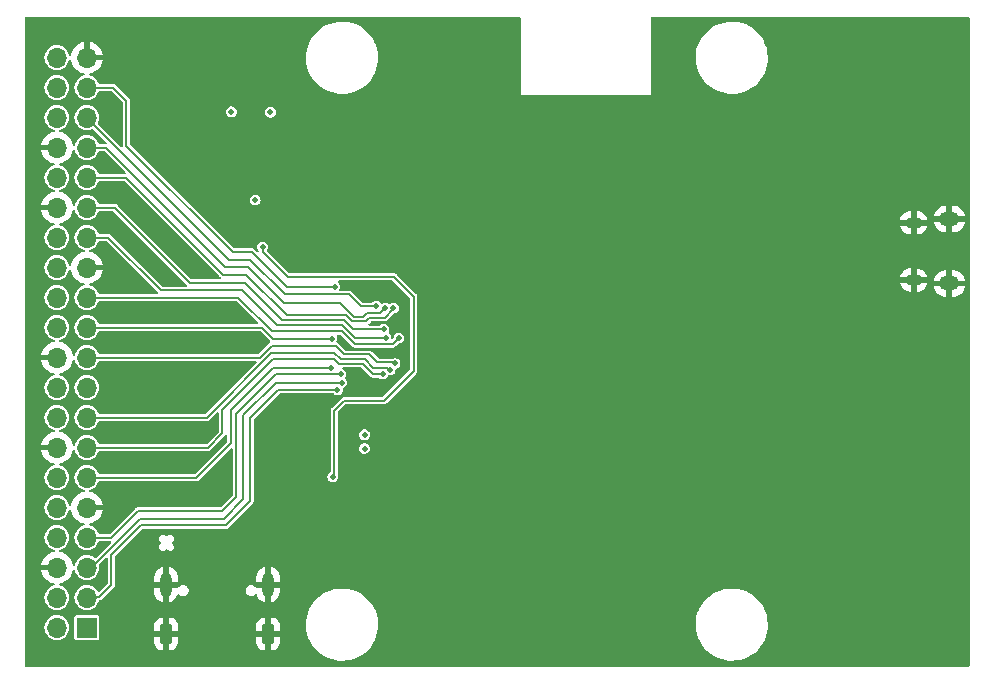
<source format=gbr>
%TF.GenerationSoftware,KiCad,Pcbnew,7.0.7*%
%TF.CreationDate,2024-02-26T19:43:43+01:00*%
%TF.ProjectId,rpi_cm4_bb,7270695f-636d-4345-9f62-622e6b696361,rev?*%
%TF.SameCoordinates,Original*%
%TF.FileFunction,Copper,L4,Bot*%
%TF.FilePolarity,Positive*%
%FSLAX46Y46*%
G04 Gerber Fmt 4.6, Leading zero omitted, Abs format (unit mm)*
G04 Created by KiCad (PCBNEW 7.0.7) date 2024-02-26 19:43:43*
%MOMM*%
%LPD*%
G01*
G04 APERTURE LIST*
G04 Aperture macros list*
%AMRoundRect*
0 Rectangle with rounded corners*
0 $1 Rounding radius*
0 $2 $3 $4 $5 $6 $7 $8 $9 X,Y pos of 4 corners*
0 Add a 4 corners polygon primitive as box body*
4,1,4,$2,$3,$4,$5,$6,$7,$8,$9,$2,$3,0*
0 Add four circle primitives for the rounded corners*
1,1,$1+$1,$2,$3*
1,1,$1+$1,$4,$5*
1,1,$1+$1,$6,$7*
1,1,$1+$1,$8,$9*
0 Add four rect primitives between the rounded corners*
20,1,$1+$1,$2,$3,$4,$5,0*
20,1,$1+$1,$4,$5,$6,$7,0*
20,1,$1+$1,$6,$7,$8,$9,0*
20,1,$1+$1,$8,$9,$2,$3,0*%
G04 Aperture macros list end*
%TA.AperFunction,ComponentPad*%
%ADD10O,1.700000X1.300000*%
%TD*%
%TA.AperFunction,ComponentPad*%
%ADD11O,1.400000X1.000000*%
%TD*%
%TA.AperFunction,ComponentPad*%
%ADD12R,1.700000X1.700000*%
%TD*%
%TA.AperFunction,ComponentPad*%
%ADD13O,1.700000X1.700000*%
%TD*%
%TA.AperFunction,ComponentPad*%
%ADD14O,1.000000X2.100000*%
%TD*%
%TA.AperFunction,ComponentPad*%
%ADD15RoundRect,0.250000X-0.250000X-0.650000X0.250000X-0.650000X0.250000X0.650000X-0.250000X0.650000X0*%
%TD*%
%TA.AperFunction,ViaPad*%
%ADD16C,0.508000*%
%TD*%
%TA.AperFunction,Conductor*%
%ADD17C,0.200000*%
%TD*%
G04 APERTURE END LIST*
D10*
%TO.P,J2,6,Shield*%
%TO.N,GND*%
X159774874Y-103967374D03*
D11*
X156744874Y-103667374D03*
X156744874Y-98817374D03*
D10*
X159774874Y-98517374D03*
%TD*%
D12*
%TO.P,J3,1,Pin_1*%
%TO.N,+3.3V*%
X86749874Y-133099874D03*
D13*
%TO.P,J3,2,Pin_2*%
%TO.N,+5V*%
X84209874Y-133099874D03*
%TO.P,J3,3,Pin_3*%
%TO.N,/CM4 GPIO/GPIO2*%
X86749874Y-130559874D03*
%TO.P,J3,4,Pin_4*%
%TO.N,+5V*%
X84209874Y-130559874D03*
%TO.P,J3,5,Pin_5*%
%TO.N,/CM4 GPIO/GPIO3*%
X86749874Y-128019874D03*
%TO.P,J3,6,Pin_6*%
%TO.N,GND*%
X84209874Y-128019874D03*
%TO.P,J3,7,Pin_7*%
%TO.N,/CM4 GPIO/GPIO4*%
X86749874Y-125479874D03*
%TO.P,J3,8,Pin_8*%
%TO.N,/CM4 GPIO/GPIO14*%
X84209874Y-125479874D03*
%TO.P,J3,9,Pin_9*%
%TO.N,GND*%
X86749874Y-122939874D03*
%TO.P,J3,10,Pin_10*%
%TO.N,/CM4 GPIO/GPIO15*%
X84209874Y-122939874D03*
%TO.P,J3,11,Pin_11*%
%TO.N,/CM4 GPIO/GPIO17*%
X86749874Y-120399874D03*
%TO.P,J3,12,Pin_12*%
%TO.N,/CM4 GPIO/GPIO18*%
X84209874Y-120399874D03*
%TO.P,J3,13,Pin_13*%
%TO.N,/CM4 GPIO/GPIO27*%
X86749874Y-117859874D03*
%TO.P,J3,14,Pin_14*%
%TO.N,GND*%
X84209874Y-117859874D03*
%TO.P,J3,15,Pin_15*%
%TO.N,/CM4 GPIO/GPIO22*%
X86749874Y-115319874D03*
%TO.P,J3,16,Pin_16*%
%TO.N,/CM4 GPIO/GPIO23*%
X84209874Y-115319874D03*
%TO.P,J3,17,Pin_17*%
%TO.N,+3.3V*%
X86749874Y-112779874D03*
%TO.P,J3,18,Pin_18*%
%TO.N,/CM4 GPIO/GPIO24*%
X84209874Y-112779874D03*
%TO.P,J3,19,Pin_19*%
%TO.N,/CM4 GPIO/GPIO10*%
X86749874Y-110239874D03*
%TO.P,J3,20,Pin_20*%
%TO.N,GND*%
X84209874Y-110239874D03*
%TO.P,J3,21,Pin_21*%
%TO.N,/CM4 GPIO/GPIO9*%
X86749874Y-107699874D03*
%TO.P,J3,22,Pin_22*%
%TO.N,/CM4 GPIO/GPIO25*%
X84209874Y-107699874D03*
%TO.P,J3,23,Pin_23*%
%TO.N,/CM4 GPIO/GPIO11*%
X86749874Y-105159874D03*
%TO.P,J3,24,Pin_24*%
%TO.N,/CM4 GPIO/GPIO8*%
X84209874Y-105159874D03*
%TO.P,J3,25,Pin_25*%
%TO.N,GND*%
X86749874Y-102619874D03*
%TO.P,J3,26,Pin_26*%
%TO.N,/CM4 GPIO/GPIO7*%
X84209874Y-102619874D03*
%TO.P,J3,27,Pin_27*%
%TO.N,/CM4 GPIO/ID_SD*%
X86749874Y-100079874D03*
%TO.P,J3,28,Pin_28*%
%TO.N,/CM4 GPIO/ID_SC*%
X84209874Y-100079874D03*
%TO.P,J3,29,Pin_29*%
%TO.N,/CM4 GPIO/GPIO5*%
X86749874Y-97539874D03*
%TO.P,J3,30,Pin_30*%
%TO.N,GND*%
X84209874Y-97539874D03*
%TO.P,J3,31,Pin_31*%
%TO.N,/CM4 GPIO/GPIO6*%
X86749874Y-94999874D03*
%TO.P,J3,32,Pin_32*%
%TO.N,/CM4 GPIO/GPIO12*%
X84209874Y-94999874D03*
%TO.P,J3,33,Pin_33*%
%TO.N,/CM4 GPIO/GPIO13*%
X86749874Y-92459874D03*
%TO.P,J3,34,Pin_34*%
%TO.N,GND*%
X84209874Y-92459874D03*
%TO.P,J3,35,Pin_35*%
%TO.N,/CM4 GPIO/GPIO19*%
X86749874Y-89919874D03*
%TO.P,J3,36,Pin_36*%
%TO.N,/CM4 GPIO/GPIO16*%
X84209874Y-89919874D03*
%TO.P,J3,37,Pin_37*%
%TO.N,/CM4 GPIO/GPIO26*%
X86749874Y-87379874D03*
%TO.P,J3,38,Pin_38*%
%TO.N,/CM4 GPIO/GPIO20*%
X84209874Y-87379874D03*
%TO.P,J3,39,Pin_39*%
%TO.N,GND*%
X86749874Y-84839874D03*
%TO.P,J3,40,Pin_40*%
%TO.N,/CM4 GPIO/GPIO21*%
X84209874Y-84839874D03*
%TD*%
D14*
%TO.P,J1,SH1,SHELL_GND*%
%TO.N,GND*%
X93453674Y-129460474D03*
%TO.P,J1,SH2,SHELL_GND*%
X102093674Y-129460474D03*
D15*
%TO.P,J1,SH3,SHELL_GND*%
X93453674Y-133640474D03*
%TO.P,J1,SH4,SHELL_GND*%
X102093674Y-133640474D03*
%TD*%
D16*
%TO.N,+3.3V*%
X100994874Y-96904874D03*
X110272474Y-117943274D03*
X102294874Y-89464874D03*
X98994874Y-89434874D03*
X110272474Y-116774874D03*
%TO.N,GND*%
X127950874Y-88580874D03*
X130998874Y-88580874D03*
X122870874Y-88072874D03*
X90358874Y-104328874D03*
X128966874Y-88580874D03*
X135062874Y-82992874D03*
X135062874Y-88072874D03*
X135062874Y-87056874D03*
X125918874Y-88580874D03*
X135062874Y-86040874D03*
X88580874Y-94168874D03*
X135062874Y-81976874D03*
X92898874Y-108392874D03*
X135062874Y-84008874D03*
X92898874Y-121092874D03*
X122870874Y-84008874D03*
X92898874Y-116774874D03*
X134046874Y-88580874D03*
X132014874Y-88580874D03*
X122870874Y-85024874D03*
X97284874Y-130814874D03*
X122870874Y-87056874D03*
X92898874Y-98994874D03*
X122870874Y-81976874D03*
X124902874Y-88580874D03*
X92898874Y-112710874D03*
X122870874Y-82992874D03*
X133030874Y-88580874D03*
X122870874Y-86040874D03*
X154894874Y-101604874D03*
X129982874Y-88580874D03*
X88580874Y-88834874D03*
X123886874Y-88580874D03*
X126934874Y-88580874D03*
X135062874Y-85024874D03*
X97826474Y-127392074D03*
%TO.N,/CM4 GPIO/GPIO2*%
X107962233Y-112952167D03*
%TO.N,/CM4 GPIO/GPIO3*%
X108342074Y-112355274D03*
%TO.N,/CM4 GPIO/GPIO4*%
X108225761Y-111657398D03*
%TO.N,/CM4 GPIO/GPIO17*%
X107427674Y-111103898D03*
%TO.N,/CM4 GPIO/GPIO27*%
X111796474Y-111644074D03*
%TO.N,/CM4 GPIO/GPIO22*%
X112417587Y-111305285D03*
%TO.N,/CM4 GPIO/GPIO10*%
X112842970Y-110739945D03*
%TO.N,/CM4 GPIO/GPIO9*%
X107478474Y-108646874D03*
%TO.N,/CM4 GPIO/GPIO11*%
X113157974Y-108596074D03*
%TO.N,/CM4 GPIO/ID_SD*%
X112050474Y-108545274D03*
%TO.N,/CM4 GPIO/GPIO5*%
X111898074Y-107834074D03*
%TO.N,/CM4 GPIO/GPIO6*%
X112710874Y-106056074D03*
%TO.N,/CM4 GPIO/GPIO13*%
X111999674Y-106056074D03*
%TO.N,/CM4 GPIO/GPIO19*%
X111237674Y-105903674D03*
%TO.N,/CM4 GPIO/GPIO26*%
X107732474Y-104227274D03*
%TO.N,/CM4 GPIO/nLED_PWR*%
X101634874Y-100874874D03*
X107580074Y-120330874D03*
%TD*%
D17*
%TO.N,/CM4 GPIO/GPIO2*%
X102969981Y-112952167D02*
X107962233Y-112952167D01*
X91324074Y-124445674D02*
X98537674Y-124445674D01*
X98537674Y-124445674D02*
X100569674Y-122413674D01*
X88834874Y-129474874D02*
X88834874Y-126934874D01*
X100569674Y-122413674D02*
X100569674Y-115352474D01*
X100569674Y-115352474D02*
X102969981Y-112952167D01*
X88834874Y-126934874D02*
X91324074Y-124445674D01*
X87056874Y-130490874D02*
X87818874Y-130490874D01*
X87818874Y-130490874D02*
X88834874Y-129474874D01*
%TO.N,/CM4 GPIO/GPIO3*%
X98359874Y-123886874D02*
X91247874Y-123886874D01*
X87114874Y-128019874D02*
X86749874Y-128019874D01*
X100010874Y-115123874D02*
X100010874Y-122235874D01*
X108342074Y-112355274D02*
X102779474Y-112355274D01*
X91247874Y-123886874D02*
X87114874Y-128019874D01*
X102779474Y-112355274D02*
X100010874Y-115123874D01*
X100010874Y-122235874D02*
X98359874Y-123886874D01*
%TO.N,/CM4 GPIO/GPIO4*%
X99401274Y-122058074D02*
X98232874Y-123226474D01*
X88816674Y-125479874D02*
X86749874Y-125479874D01*
X99401274Y-114996874D02*
X99401274Y-122058074D01*
X108225761Y-111657398D02*
X102740750Y-111657398D01*
X98232874Y-123226474D02*
X91070074Y-123226474D01*
X102740750Y-111657398D02*
X99401274Y-114996874D01*
X91070074Y-123226474D02*
X88816674Y-125479874D01*
%TO.N,/CM4 GPIO/GPIO17*%
X98944074Y-114692074D02*
X98944074Y-117486074D01*
X102532250Y-111103898D02*
X107427674Y-111103898D01*
X98944074Y-114692074D02*
X102532250Y-111103898D01*
X98944074Y-117486074D02*
X96030274Y-120399874D01*
X96030274Y-120399874D02*
X86749874Y-120399874D01*
%TO.N,/CM4 GPIO/GPIO27*%
X96995474Y-117859874D02*
X98232874Y-116622474D01*
X107697461Y-110396747D02*
X108081188Y-110780474D01*
X108081188Y-110780474D02*
X110113188Y-110780474D01*
X110113188Y-110780474D02*
X110976788Y-111644074D01*
X98232874Y-116622474D02*
X98232874Y-114692074D01*
X86749874Y-117859874D02*
X96995474Y-117859874D01*
X110976788Y-111644074D02*
X111796474Y-111644074D01*
X98232874Y-114692074D02*
X102528201Y-110396747D01*
X102528201Y-110396747D02*
X107697461Y-110396747D01*
%TO.N,/CM4 GPIO/GPIO22*%
X86749874Y-115319874D02*
X96893874Y-115319874D01*
X110983674Y-111085274D02*
X112197576Y-111085274D01*
X112197576Y-111085274D02*
X112417587Y-111305285D01*
X108240474Y-110374074D02*
X110272474Y-110374074D01*
X110272474Y-110374074D02*
X110983674Y-111085274D01*
X102371001Y-109842747D02*
X107709147Y-109842747D01*
X96893874Y-115319874D02*
X102371001Y-109842747D01*
X107709147Y-109842747D02*
X108240474Y-110374074D01*
%TO.N,/CM4 GPIO/GPIO10*%
X112731099Y-110628074D02*
X112842970Y-110739945D01*
X86749874Y-110239874D02*
X101408189Y-110239874D01*
X108545274Y-109967674D02*
X110678874Y-109967674D01*
X102402996Y-109245066D02*
X107822666Y-109245066D01*
X111339274Y-110628074D02*
X112731099Y-110628074D01*
X101408189Y-110239874D02*
X102402996Y-109245066D01*
X107822666Y-109245066D02*
X108545274Y-109967674D01*
X110678874Y-109967674D02*
X111339274Y-110628074D01*
%TO.N,/CM4 GPIO/GPIO9*%
X101553074Y-107699874D02*
X86749874Y-107699874D01*
X107478474Y-108646874D02*
X102500074Y-108646874D01*
X102500074Y-108646874D02*
X101553074Y-107699874D01*
%TO.N,/CM4 GPIO/GPIO11*%
X112654774Y-109099274D02*
X109420599Y-109099274D01*
X99578760Y-105159874D02*
X102437825Y-108018939D01*
X109420599Y-109099274D02*
X108340264Y-108018939D01*
X113157974Y-108596074D02*
X112654774Y-109099274D01*
X86749874Y-105159874D02*
X99578760Y-105159874D01*
X108340264Y-108018939D02*
X102437825Y-108018939D01*
%TO.N,/CM4 GPIO/ID_SD*%
X99922309Y-104532074D02*
X93000474Y-104532074D01*
X102855674Y-107465439D02*
X99922309Y-104532074D01*
X93000474Y-104532074D02*
X88548274Y-100079874D01*
X88548274Y-100079874D02*
X86749874Y-100079874D01*
X108352450Y-107465439D02*
X102855674Y-107465439D01*
X112050474Y-108545274D02*
X109432285Y-108545274D01*
X109432285Y-108545274D02*
X108352450Y-107465439D01*
%TO.N,/CM4 GPIO/GPIO5*%
X89100189Y-97539874D02*
X86749874Y-97539874D01*
X109286771Y-107834074D02*
X108518135Y-107065439D01*
X103255439Y-107065439D02*
X100112474Y-103922474D01*
X111898074Y-107834074D02*
X109286771Y-107834074D01*
X95482789Y-103922474D02*
X89100189Y-97539874D01*
X108518135Y-107065439D02*
X103255439Y-107065439D01*
X100112474Y-103922474D02*
X95482789Y-103922474D01*
%TO.N,/CM4 GPIO/GPIO6*%
X98283674Y-103211274D02*
X90072274Y-94999874D01*
X103668239Y-106665439D02*
X100214074Y-103211274D01*
X90072274Y-94999874D02*
X86749874Y-94999874D01*
X110678874Y-106868874D02*
X110380474Y-107167274D01*
X109185655Y-107167274D02*
X108683820Y-106665439D01*
X111970349Y-106868874D02*
X110678874Y-106868874D01*
X100214074Y-103211274D02*
X98283674Y-103211274D01*
X110380474Y-107167274D02*
X109185655Y-107167274D01*
X112710874Y-106056074D02*
X112710874Y-106128349D01*
X112710874Y-106128349D02*
X111970349Y-106868874D01*
X108683820Y-106665439D02*
X103668239Y-106665439D01*
%TO.N,/CM4 GPIO/GPIO13*%
X103409968Y-105594368D02*
X100366474Y-102550874D01*
X98436074Y-102550874D02*
X88345074Y-92459874D01*
X111593274Y-106462474D02*
X110475674Y-106462474D01*
X110170874Y-106767274D02*
X109351340Y-106767274D01*
X108178434Y-105594368D02*
X103409968Y-105594368D01*
X88345074Y-92459874D02*
X86749874Y-92459874D01*
X100366474Y-102550874D02*
X98436074Y-102550874D01*
X111999674Y-106056074D02*
X111593274Y-106462474D01*
X109351340Y-106767274D02*
X108178434Y-105594368D01*
X110475674Y-106462474D02*
X110170874Y-106767274D01*
%TO.N,/CM4 GPIO/GPIO19*%
X86749874Y-89919874D02*
X98771274Y-101941274D01*
X108951674Y-104887674D02*
X109967674Y-105903674D01*
X100569674Y-101941274D02*
X103516074Y-104887674D01*
X109967674Y-105903674D02*
X111237674Y-105903674D01*
X103516074Y-104887674D02*
X108951674Y-104887674D01*
X98771274Y-101941274D02*
X100569674Y-101941274D01*
%TO.N,/CM4 GPIO/GPIO26*%
X88954674Y-87379874D02*
X86749874Y-87379874D01*
X107732474Y-104227274D02*
X103668474Y-104227274D01*
X99096474Y-101280874D02*
X90104874Y-92289274D01*
X103668474Y-104227274D02*
X100722074Y-101280874D01*
X90104874Y-88530074D02*
X88954674Y-87379874D01*
X90104874Y-92289274D02*
X90104874Y-88530074D01*
X100722074Y-101280874D02*
X99096474Y-101280874D01*
%TO.N,/CM4 GPIO/nLED_PWR*%
X101634874Y-101274874D02*
X101634874Y-100874874D01*
X103774474Y-103414474D02*
X101634874Y-101274874D01*
X107681674Y-120229274D02*
X107681674Y-114742874D01*
X112761674Y-103414474D02*
X103774474Y-103414474D01*
X107681674Y-114742874D02*
X108545274Y-113879274D01*
X107580074Y-120330874D02*
X107681674Y-120229274D01*
X114438074Y-111339274D02*
X114438074Y-105090874D01*
X108545274Y-113879274D02*
X111898074Y-113879274D01*
X114438074Y-105090874D02*
X112761674Y-103414474D01*
X111898074Y-113879274D02*
X114438074Y-111339274D01*
%TD*%
%TA.AperFunction,Conductor*%
%TO.N,GND*%
G36*
X99062822Y-117896304D02*
G01*
X99097741Y-117946174D01*
X99100774Y-117969209D01*
X99100774Y-121896737D01*
X99079952Y-121953945D01*
X99074707Y-121959670D01*
X98134470Y-122899907D01*
X98079294Y-122925635D01*
X98071537Y-122925974D01*
X91133609Y-122925974D01*
X91120612Y-122923855D01*
X91120475Y-122924840D01*
X91112310Y-122923700D01*
X91080673Y-122925163D01*
X91064145Y-122925927D01*
X91062113Y-122925974D01*
X91042230Y-122925974D01*
X91042227Y-122925974D01*
X91042218Y-122925975D01*
X91038394Y-122926690D01*
X91032271Y-122927400D01*
X91008218Y-122928512D01*
X91000082Y-122928889D01*
X90990025Y-122933329D01*
X90970442Y-122939393D01*
X90959641Y-122941412D01*
X90959637Y-122941414D01*
X90932238Y-122958377D01*
X90926784Y-122961252D01*
X90897310Y-122974266D01*
X90889538Y-122982038D01*
X90873466Y-122994768D01*
X90864124Y-123000552D01*
X90864122Y-123000554D01*
X90844699Y-123026272D01*
X90840650Y-123030925D01*
X88718271Y-125153306D01*
X88663095Y-125179035D01*
X88655338Y-125179374D01*
X87822495Y-125179374D01*
X87765287Y-125158552D01*
X87737327Y-125116208D01*
X87725107Y-125075924D01*
X87725106Y-125075920D01*
X87627559Y-124893424D01*
X87496284Y-124733464D01*
X87336324Y-124602189D01*
X87153828Y-124504642D01*
X87153827Y-124504641D01*
X87153824Y-124504640D01*
X86967802Y-124448212D01*
X86919101Y-124411680D01*
X86905277Y-124352391D01*
X86932797Y-124298086D01*
X86981572Y-124276313D01*
X86981362Y-124275119D01*
X86985197Y-124274442D01*
X87213360Y-124213306D01*
X87213369Y-124213303D01*
X87427447Y-124113477D01*
X87427449Y-124113475D01*
X87620949Y-123977985D01*
X87787985Y-123810949D01*
X87923475Y-123617449D01*
X87923477Y-123617447D01*
X88023303Y-123403369D01*
X88023306Y-123403360D01*
X88080510Y-123189874D01*
X87316466Y-123189874D01*
X87259258Y-123169052D01*
X87228818Y-123116329D01*
X87231071Y-123075800D01*
X87249874Y-123011763D01*
X87249874Y-122867985D01*
X87231071Y-122803947D01*
X87234932Y-122743191D01*
X87276944Y-122699130D01*
X87316466Y-122689874D01*
X88080510Y-122689874D01*
X88080510Y-122689873D01*
X88023306Y-122476387D01*
X88023303Y-122476378D01*
X87923477Y-122262301D01*
X87923475Y-122262299D01*
X87787985Y-122068798D01*
X87620949Y-121901762D01*
X87427449Y-121766272D01*
X87427447Y-121766270D01*
X87213369Y-121666444D01*
X87213360Y-121666441D01*
X86985197Y-121605305D01*
X86981362Y-121604629D01*
X86981585Y-121603364D01*
X86930699Y-121579630D01*
X86904975Y-121524453D01*
X86920737Y-121465649D01*
X86967800Y-121431536D01*
X87153828Y-121375106D01*
X87336324Y-121277559D01*
X87496284Y-121146284D01*
X87627559Y-120986324D01*
X87725106Y-120803828D01*
X87737327Y-120763539D01*
X87773858Y-120714839D01*
X87822495Y-120700374D01*
X95966740Y-120700374D01*
X95979736Y-120702492D01*
X95979874Y-120701508D01*
X95988038Y-120702647D01*
X95988038Y-120702646D01*
X95988039Y-120702647D01*
X96036203Y-120700420D01*
X96038236Y-120700374D01*
X96058117Y-120700374D01*
X96058118Y-120700374D01*
X96061946Y-120699657D01*
X96068076Y-120698946D01*
X96100266Y-120697459D01*
X96110314Y-120693021D01*
X96129908Y-120686953D01*
X96140707Y-120684935D01*
X96168109Y-120667967D01*
X96173542Y-120665103D01*
X96203039Y-120652080D01*
X96210806Y-120644312D01*
X96226885Y-120631576D01*
X96236226Y-120625793D01*
X96255651Y-120600068D01*
X96259688Y-120595429D01*
X98948843Y-117906275D01*
X99004017Y-117880548D01*
X99062822Y-117896304D01*
G37*
%TD.AperFunction*%
%TA.AperFunction,Conductor*%
G36*
X88444146Y-100401196D02*
G01*
X88449870Y-100406441D01*
X90663298Y-102619870D01*
X92743063Y-104699635D01*
X92750751Y-104710319D01*
X92751545Y-104709720D01*
X92756845Y-104716738D01*
X92757941Y-104720309D01*
X92759795Y-104722886D01*
X92760188Y-104723675D01*
X92759134Y-104724199D01*
X92774706Y-104774939D01*
X92750977Y-104831004D01*
X92696762Y-104858699D01*
X92685823Y-104859374D01*
X87822495Y-104859374D01*
X87765287Y-104838552D01*
X87737327Y-104796208D01*
X87725106Y-104755920D01*
X87627559Y-104573424D01*
X87496284Y-104413464D01*
X87336324Y-104282189D01*
X87153828Y-104184642D01*
X87153827Y-104184641D01*
X87153824Y-104184640D01*
X86967802Y-104128212D01*
X86919101Y-104091680D01*
X86905277Y-104032391D01*
X86932797Y-103978086D01*
X86981572Y-103956313D01*
X86981362Y-103955119D01*
X86985197Y-103954442D01*
X87213360Y-103893306D01*
X87213369Y-103893303D01*
X87427447Y-103793477D01*
X87427449Y-103793475D01*
X87620949Y-103657985D01*
X87787985Y-103490949D01*
X87923475Y-103297449D01*
X87923477Y-103297447D01*
X88023303Y-103083369D01*
X88023306Y-103083360D01*
X88080510Y-102869874D01*
X87316466Y-102869874D01*
X87259258Y-102849052D01*
X87228818Y-102796329D01*
X87231071Y-102755800D01*
X87234630Y-102743678D01*
X87249874Y-102691763D01*
X87249874Y-102547985D01*
X87231071Y-102483947D01*
X87234932Y-102423191D01*
X87276944Y-102379130D01*
X87316466Y-102369874D01*
X88080510Y-102369874D01*
X88080510Y-102369873D01*
X88023306Y-102156387D01*
X88023303Y-102156378D01*
X87923477Y-101942301D01*
X87923475Y-101942299D01*
X87787985Y-101748798D01*
X87620949Y-101581762D01*
X87427449Y-101446272D01*
X87427447Y-101446270D01*
X87213369Y-101346444D01*
X87213360Y-101346441D01*
X86985197Y-101285305D01*
X86981362Y-101284629D01*
X86981585Y-101283364D01*
X86930699Y-101259630D01*
X86904975Y-101204453D01*
X86920737Y-101145649D01*
X86967800Y-101111536D01*
X87153828Y-101055106D01*
X87336324Y-100957559D01*
X87496284Y-100826284D01*
X87627559Y-100666324D01*
X87725106Y-100483828D01*
X87737327Y-100443539D01*
X87773858Y-100394839D01*
X87822495Y-100380374D01*
X88386938Y-100380374D01*
X88444146Y-100401196D01*
G37*
%TD.AperFunction*%
%TA.AperFunction,Conductor*%
G36*
X85684076Y-92630721D02*
G01*
X85718212Y-92677802D01*
X85774640Y-92863824D01*
X85774641Y-92863827D01*
X85774642Y-92863828D01*
X85872189Y-93046324D01*
X86003464Y-93206284D01*
X86163424Y-93337559D01*
X86345920Y-93435106D01*
X86543940Y-93495174D01*
X86543944Y-93495174D01*
X86543947Y-93495175D01*
X86749870Y-93515457D01*
X86749874Y-93515457D01*
X86749878Y-93515457D01*
X86955800Y-93495175D01*
X86955801Y-93495174D01*
X86955808Y-93495174D01*
X87153828Y-93435106D01*
X87336324Y-93337559D01*
X87496284Y-93206284D01*
X87627559Y-93046324D01*
X87725106Y-92863828D01*
X87737327Y-92823539D01*
X87773858Y-92774839D01*
X87822495Y-92760374D01*
X88183737Y-92760374D01*
X88240945Y-92781196D01*
X88246670Y-92786441D01*
X90007670Y-94547441D01*
X90033398Y-94602617D01*
X90017642Y-94661422D01*
X89967772Y-94696341D01*
X89944737Y-94699374D01*
X87822495Y-94699374D01*
X87765287Y-94678552D01*
X87737327Y-94636208D01*
X87725107Y-94595924D01*
X87725106Y-94595920D01*
X87627559Y-94413424D01*
X87496284Y-94253464D01*
X87336324Y-94122189D01*
X87153828Y-94024642D01*
X87153827Y-94024641D01*
X87153824Y-94024640D01*
X86955808Y-93964574D01*
X86955800Y-93964572D01*
X86749878Y-93944291D01*
X86749870Y-93944291D01*
X86543947Y-93964572D01*
X86543939Y-93964574D01*
X86345923Y-94024640D01*
X86163422Y-94122190D01*
X86003468Y-94253460D01*
X86003460Y-94253468D01*
X85872190Y-94413422D01*
X85774640Y-94595923D01*
X85714574Y-94793939D01*
X85714572Y-94793947D01*
X85694291Y-94999870D01*
X85694291Y-94999877D01*
X85714572Y-95205800D01*
X85714574Y-95205808D01*
X85774640Y-95403824D01*
X85774641Y-95403827D01*
X85774642Y-95403828D01*
X85872189Y-95586324D01*
X86003464Y-95746284D01*
X86163424Y-95877559D01*
X86345920Y-95975106D01*
X86543940Y-96035174D01*
X86543944Y-96035174D01*
X86543947Y-96035175D01*
X86749870Y-96055457D01*
X86749874Y-96055457D01*
X86749878Y-96055457D01*
X86955800Y-96035175D01*
X86955801Y-96035174D01*
X86955808Y-96035174D01*
X87153828Y-95975106D01*
X87336324Y-95877559D01*
X87496284Y-95746284D01*
X87627559Y-95586324D01*
X87725106Y-95403828D01*
X87737327Y-95363539D01*
X87773858Y-95314839D01*
X87822495Y-95300374D01*
X89910937Y-95300374D01*
X89968145Y-95321196D01*
X89973870Y-95326441D01*
X98026263Y-103378834D01*
X98033951Y-103389518D01*
X98034745Y-103388920D01*
X98039714Y-103395500D01*
X98075329Y-103427968D01*
X98076814Y-103429386D01*
X98090872Y-103443444D01*
X98090874Y-103443445D01*
X98090877Y-103443448D01*
X98094089Y-103445648D01*
X98098920Y-103449475D01*
X98118365Y-103467201D01*
X98146616Y-103521128D01*
X98133594Y-103580599D01*
X98085391Y-103617785D01*
X98058408Y-103621974D01*
X95644126Y-103621974D01*
X95586918Y-103601152D01*
X95581194Y-103595907D01*
X89357602Y-97372316D01*
X89349914Y-97361628D01*
X89349118Y-97362230D01*
X89344149Y-97355650D01*
X89344147Y-97355646D01*
X89308526Y-97323173D01*
X89307058Y-97321771D01*
X89292985Y-97307699D01*
X89289773Y-97305498D01*
X89284940Y-97301670D01*
X89261122Y-97279958D01*
X89250872Y-97275987D01*
X89232732Y-97266425D01*
X89223671Y-97260218D01*
X89223668Y-97260217D01*
X89192302Y-97252839D01*
X89186409Y-97251014D01*
X89156362Y-97239374D01*
X89145378Y-97239374D01*
X89125002Y-97237010D01*
X89114309Y-97234495D01*
X89114306Y-97234495D01*
X89106389Y-97235599D01*
X89082387Y-97238947D01*
X89076243Y-97239374D01*
X87822495Y-97239374D01*
X87765287Y-97218552D01*
X87737327Y-97176208D01*
X87725107Y-97135924D01*
X87725106Y-97135920D01*
X87627559Y-96953424D01*
X87496284Y-96793464D01*
X87336324Y-96662189D01*
X87153828Y-96564642D01*
X87153827Y-96564641D01*
X87153824Y-96564640D01*
X86955808Y-96504574D01*
X86955800Y-96504572D01*
X86749878Y-96484291D01*
X86749870Y-96484291D01*
X86543947Y-96504572D01*
X86543939Y-96504574D01*
X86345923Y-96564640D01*
X86163422Y-96662190D01*
X86003468Y-96793460D01*
X86003460Y-96793468D01*
X85872190Y-96953422D01*
X85774640Y-97135923D01*
X85718212Y-97321945D01*
X85681680Y-97370646D01*
X85622390Y-97384470D01*
X85568086Y-97356950D01*
X85546312Y-97308175D01*
X85545119Y-97308386D01*
X85544442Y-97304550D01*
X85483306Y-97076387D01*
X85483303Y-97076378D01*
X85383477Y-96862301D01*
X85383475Y-96862299D01*
X85247985Y-96668798D01*
X85080949Y-96501762D01*
X84887449Y-96366272D01*
X84887447Y-96366270D01*
X84673369Y-96266444D01*
X84673360Y-96266441D01*
X84445197Y-96205305D01*
X84441362Y-96204629D01*
X84441585Y-96203364D01*
X84390699Y-96179630D01*
X84364975Y-96124453D01*
X84380737Y-96065649D01*
X84427800Y-96031536D01*
X84613828Y-95975106D01*
X84796324Y-95877559D01*
X84956284Y-95746284D01*
X85087559Y-95586324D01*
X85185106Y-95403828D01*
X85245174Y-95205808D01*
X85265457Y-94999874D01*
X85245174Y-94793940D01*
X85191977Y-94618571D01*
X85185107Y-94595923D01*
X85185106Y-94595922D01*
X85185106Y-94595920D01*
X85087559Y-94413424D01*
X84956284Y-94253464D01*
X84796324Y-94122189D01*
X84613828Y-94024642D01*
X84613827Y-94024641D01*
X84613824Y-94024640D01*
X84427802Y-93968212D01*
X84379101Y-93931680D01*
X84365277Y-93872391D01*
X84392797Y-93818086D01*
X84441572Y-93796313D01*
X84441362Y-93795119D01*
X84445197Y-93794442D01*
X84673360Y-93733306D01*
X84673369Y-93733303D01*
X84887447Y-93633477D01*
X84887449Y-93633475D01*
X85080949Y-93497985D01*
X85247985Y-93330949D01*
X85383475Y-93137449D01*
X85383477Y-93137447D01*
X85483303Y-92923369D01*
X85483306Y-92923360D01*
X85544442Y-92695197D01*
X85545119Y-92691362D01*
X85546391Y-92691586D01*
X85570097Y-92640719D01*
X85625267Y-92614977D01*
X85684076Y-92630721D01*
G37*
%TD.AperFunction*%
%TA.AperFunction,Conductor*%
G36*
X123443082Y-81421322D02*
G01*
X123473522Y-81474045D01*
X123474874Y-81489500D01*
X123474874Y-87974874D01*
X123474875Y-87974874D01*
X134474873Y-87974874D01*
X134474874Y-87974874D01*
X134474874Y-84937253D01*
X138295763Y-84937253D01*
X138322094Y-85243828D01*
X138325617Y-85284838D01*
X138325619Y-85284851D01*
X138394899Y-85626762D01*
X138502704Y-85958551D01*
X138502706Y-85958555D01*
X138647628Y-86275892D01*
X138647630Y-86275894D01*
X138827781Y-86574641D01*
X138827785Y-86574647D01*
X139040814Y-86850908D01*
X139040826Y-86850923D01*
X139275931Y-87092839D01*
X139283959Y-87101100D01*
X139359892Y-87163190D01*
X139554025Y-87321933D01*
X139554029Y-87321935D01*
X139554032Y-87321938D01*
X139847518Y-87510550D01*
X140160592Y-87664478D01*
X140160598Y-87664480D01*
X140160600Y-87664481D01*
X140160605Y-87664483D01*
X140489159Y-87781710D01*
X140489163Y-87781711D01*
X140489171Y-87781714D01*
X140828968Y-87860731D01*
X140828972Y-87860732D01*
X141102061Y-87892066D01*
X141175565Y-87900500D01*
X141175566Y-87900500D01*
X141437138Y-87900500D01*
X141437145Y-87900500D01*
X141665654Y-87887433D01*
X141698300Y-87885567D01*
X142042051Y-87826078D01*
X142042050Y-87826078D01*
X142042057Y-87826077D01*
X142269900Y-87759175D01*
X142376784Y-87727792D01*
X142376786Y-87727790D01*
X142376793Y-87727789D01*
X142698144Y-87591986D01*
X142698154Y-87591980D01*
X142698157Y-87591979D01*
X143001914Y-87420439D01*
X143001915Y-87420438D01*
X143001919Y-87420436D01*
X143284159Y-87215377D01*
X143541184Y-86979481D01*
X143769644Y-86715824D01*
X143966560Y-86427844D01*
X144129365Y-86119294D01*
X144255937Y-85794196D01*
X144344626Y-85456790D01*
X144394275Y-85111473D01*
X144404237Y-84762747D01*
X144374383Y-84415159D01*
X144305101Y-84073240D01*
X144197295Y-83741447D01*
X144091248Y-83509237D01*
X144052371Y-83424107D01*
X144052369Y-83424105D01*
X143960740Y-83272156D01*
X143872215Y-83125353D01*
X143659180Y-82849084D01*
X143659176Y-82849080D01*
X143659173Y-82849076D01*
X143416042Y-82598901D01*
X143145974Y-82378066D01*
X143145968Y-82378062D01*
X142852482Y-82189450D01*
X142539408Y-82035522D01*
X142539404Y-82035520D01*
X142539399Y-82035518D01*
X142539394Y-82035516D01*
X142210840Y-81918289D01*
X142210830Y-81918286D01*
X141871029Y-81839268D01*
X141871032Y-81839268D01*
X141524435Y-81799500D01*
X141524434Y-81799500D01*
X141262855Y-81799500D01*
X141193845Y-81803446D01*
X141001699Y-81814432D01*
X140657948Y-81873921D01*
X140323215Y-81972207D01*
X140323201Y-81972213D01*
X140001856Y-82108014D01*
X140001842Y-82108020D01*
X139698085Y-82279560D01*
X139415843Y-82484621D01*
X139158818Y-82720516D01*
X138930357Y-82984174D01*
X138930355Y-82984177D01*
X138733440Y-83272155D01*
X138570637Y-83580702D01*
X138444060Y-83905811D01*
X138355374Y-84243208D01*
X138355373Y-84243211D01*
X138305725Y-84588519D01*
X138305725Y-84588526D01*
X138305422Y-84599130D01*
X138295763Y-84937253D01*
X134474874Y-84937253D01*
X134474874Y-81489500D01*
X134495696Y-81432292D01*
X134548419Y-81401852D01*
X134563874Y-81400500D01*
X161410500Y-81400500D01*
X161467708Y-81421322D01*
X161498148Y-81474045D01*
X161499500Y-81489500D01*
X161499500Y-136310500D01*
X161478678Y-136367708D01*
X161425955Y-136398148D01*
X161410500Y-136399500D01*
X81589500Y-136399500D01*
X81532292Y-136378678D01*
X81501852Y-136325955D01*
X81500500Y-136310500D01*
X81500500Y-133099877D01*
X83154291Y-133099877D01*
X83174572Y-133305800D01*
X83174574Y-133305808D01*
X83234640Y-133503824D01*
X83234641Y-133503827D01*
X83234642Y-133503828D01*
X83332189Y-133686324D01*
X83463464Y-133846284D01*
X83623424Y-133977559D01*
X83805920Y-134075106D01*
X84003940Y-134135174D01*
X84003944Y-134135174D01*
X84003947Y-134135175D01*
X84209870Y-134155457D01*
X84209874Y-134155457D01*
X84209878Y-134155457D01*
X84415800Y-134135175D01*
X84415801Y-134135174D01*
X84415808Y-134135174D01*
X84613828Y-134075106D01*
X84796324Y-133977559D01*
X84805990Y-133969626D01*
X85699374Y-133969626D01*
X85711006Y-134028105D01*
X85742413Y-134075107D01*
X85755322Y-134094426D01*
X85755325Y-134094428D01*
X85821642Y-134138741D01*
X85878564Y-134150063D01*
X85880126Y-134150374D01*
X85880130Y-134150374D01*
X87619618Y-134150374D01*
X87619622Y-134150374D01*
X87678105Y-134138741D01*
X87744426Y-134094426D01*
X87788741Y-134028105D01*
X87800374Y-133969622D01*
X87800374Y-133390473D01*
X92453674Y-133390473D01*
X92453675Y-133390474D01*
X93064674Y-133390474D01*
X93121882Y-133411296D01*
X93152322Y-133464019D01*
X93153674Y-133479474D01*
X93153674Y-133801474D01*
X93132852Y-133858682D01*
X93080129Y-133889122D01*
X93064674Y-133890474D01*
X92453676Y-133890474D01*
X92453675Y-133890475D01*
X92453675Y-134340449D01*
X92464168Y-134443168D01*
X92519318Y-134609600D01*
X92611354Y-134758814D01*
X92735333Y-134882793D01*
X92884547Y-134974829D01*
X93050979Y-135029980D01*
X93153697Y-135040473D01*
X93203673Y-135040472D01*
X93203673Y-134399105D01*
X93224495Y-134341897D01*
X93277218Y-134311457D01*
X93317029Y-134313502D01*
X93317635Y-134313674D01*
X93317636Y-134313675D01*
X93425514Y-134344369D01*
X93537195Y-134334020D01*
X93575002Y-134315194D01*
X93635494Y-134308333D01*
X93686244Y-134341960D01*
X93703674Y-134394863D01*
X93703674Y-135040472D01*
X93703675Y-135040473D01*
X93753650Y-135040473D01*
X93856368Y-135029979D01*
X94022800Y-134974829D01*
X94172014Y-134882793D01*
X94295993Y-134758814D01*
X94388029Y-134609600D01*
X94443180Y-134443168D01*
X94453674Y-134340450D01*
X94453673Y-133890475D01*
X94453673Y-133890474D01*
X93842674Y-133890474D01*
X93785466Y-133869652D01*
X93755026Y-133816929D01*
X93753674Y-133801474D01*
X93753674Y-133479474D01*
X93774496Y-133422266D01*
X93827219Y-133391826D01*
X93842674Y-133390474D01*
X94453672Y-133390474D01*
X94453673Y-133390473D01*
X101093674Y-133390473D01*
X101093675Y-133390474D01*
X101704674Y-133390474D01*
X101761882Y-133411296D01*
X101792322Y-133464019D01*
X101793674Y-133479474D01*
X101793674Y-133801474D01*
X101772852Y-133858682D01*
X101720129Y-133889122D01*
X101704674Y-133890474D01*
X101093675Y-133890474D01*
X101093675Y-134340449D01*
X101104168Y-134443168D01*
X101159318Y-134609600D01*
X101251354Y-134758814D01*
X101375333Y-134882793D01*
X101524547Y-134974829D01*
X101690979Y-135029980D01*
X101793697Y-135040473D01*
X101843673Y-135040472D01*
X101843673Y-134399105D01*
X101864495Y-134341897D01*
X101917218Y-134311457D01*
X101957029Y-134313502D01*
X101957635Y-134313674D01*
X101957636Y-134313675D01*
X102065514Y-134344369D01*
X102177195Y-134334020D01*
X102215002Y-134315193D01*
X102275492Y-134308332D01*
X102326242Y-134341959D01*
X102343673Y-134394863D01*
X102343673Y-135040471D01*
X102343675Y-135040473D01*
X102393650Y-135040473D01*
X102496368Y-135029979D01*
X102662800Y-134974829D01*
X102812014Y-134882793D01*
X102935993Y-134758814D01*
X103028029Y-134609600D01*
X103083180Y-134443168D01*
X103093674Y-134340450D01*
X103093673Y-133890475D01*
X103093673Y-133890474D01*
X102482674Y-133890474D01*
X102425466Y-133869652D01*
X102395026Y-133816929D01*
X102393674Y-133801474D01*
X102393674Y-133479474D01*
X102414496Y-133422266D01*
X102467219Y-133391826D01*
X102482674Y-133390474D01*
X103093672Y-133390474D01*
X103093673Y-133390473D01*
X103093673Y-132940498D01*
X103093341Y-132937253D01*
X105295763Y-132937253D01*
X105319418Y-133212672D01*
X105325617Y-133284838D01*
X105325619Y-133284851D01*
X105394899Y-133626762D01*
X105502704Y-133958551D01*
X105502706Y-133958555D01*
X105647628Y-134275892D01*
X105647630Y-134275894D01*
X105827781Y-134574641D01*
X105827785Y-134574647D01*
X106040814Y-134850908D01*
X106040826Y-134850923D01*
X106283957Y-135101098D01*
X106554025Y-135321933D01*
X106554029Y-135321935D01*
X106554032Y-135321938D01*
X106847518Y-135510550D01*
X107160592Y-135664478D01*
X107160598Y-135664480D01*
X107160600Y-135664481D01*
X107160605Y-135664483D01*
X107489159Y-135781710D01*
X107489163Y-135781711D01*
X107489171Y-135781714D01*
X107828968Y-135860731D01*
X107828972Y-135860732D01*
X108102061Y-135892066D01*
X108175565Y-135900500D01*
X108175566Y-135900500D01*
X108437138Y-135900500D01*
X108437145Y-135900500D01*
X108665654Y-135887433D01*
X108698300Y-135885567D01*
X109042051Y-135826078D01*
X109042050Y-135826078D01*
X109042057Y-135826077D01*
X109269900Y-135759175D01*
X109376784Y-135727792D01*
X109376786Y-135727790D01*
X109376793Y-135727789D01*
X109698144Y-135591986D01*
X109698154Y-135591980D01*
X109698157Y-135591979D01*
X110001914Y-135420439D01*
X110001915Y-135420438D01*
X110001919Y-135420436D01*
X110284159Y-135215377D01*
X110541184Y-134979481D01*
X110769644Y-134715824D01*
X110966560Y-134427844D01*
X111129365Y-134119294D01*
X111255937Y-133794196D01*
X111344626Y-133456790D01*
X111394275Y-133111473D01*
X111399252Y-132937253D01*
X138295763Y-132937253D01*
X138319418Y-133212672D01*
X138325617Y-133284838D01*
X138325619Y-133284851D01*
X138394899Y-133626762D01*
X138502704Y-133958551D01*
X138502706Y-133958555D01*
X138647628Y-134275892D01*
X138647630Y-134275894D01*
X138827781Y-134574641D01*
X138827785Y-134574647D01*
X139040814Y-134850908D01*
X139040826Y-134850923D01*
X139283957Y-135101098D01*
X139554025Y-135321933D01*
X139554029Y-135321935D01*
X139554032Y-135321938D01*
X139847518Y-135510550D01*
X140160592Y-135664478D01*
X140160598Y-135664480D01*
X140160600Y-135664481D01*
X140160605Y-135664483D01*
X140489159Y-135781710D01*
X140489163Y-135781711D01*
X140489171Y-135781714D01*
X140828968Y-135860731D01*
X140828972Y-135860732D01*
X141102061Y-135892066D01*
X141175565Y-135900500D01*
X141175566Y-135900500D01*
X141437138Y-135900500D01*
X141437145Y-135900500D01*
X141665654Y-135887433D01*
X141698300Y-135885567D01*
X142042051Y-135826078D01*
X142042050Y-135826078D01*
X142042057Y-135826077D01*
X142269900Y-135759175D01*
X142376784Y-135727792D01*
X142376786Y-135727790D01*
X142376793Y-135727789D01*
X142698144Y-135591986D01*
X142698154Y-135591980D01*
X142698157Y-135591979D01*
X143001914Y-135420439D01*
X143001915Y-135420438D01*
X143001919Y-135420436D01*
X143284159Y-135215377D01*
X143541184Y-134979481D01*
X143769644Y-134715824D01*
X143966560Y-134427844D01*
X144129365Y-134119294D01*
X144255937Y-133794196D01*
X144344626Y-133456790D01*
X144394275Y-133111473D01*
X144404237Y-132762747D01*
X144374383Y-132415159D01*
X144305101Y-132073240D01*
X144197295Y-131741447D01*
X144058513Y-131437557D01*
X144052371Y-131424107D01*
X144052369Y-131424105D01*
X143981320Y-131306284D01*
X143872215Y-131125353D01*
X143659180Y-130849084D01*
X143659176Y-130849080D01*
X143659173Y-130849076D01*
X143416042Y-130598901D01*
X143145974Y-130378066D01*
X143145968Y-130378062D01*
X142852482Y-130189450D01*
X142539408Y-130035522D01*
X142539404Y-130035520D01*
X142539399Y-130035518D01*
X142539394Y-130035516D01*
X142210840Y-129918289D01*
X142210830Y-129918286D01*
X141871029Y-129839268D01*
X141871032Y-129839268D01*
X141524435Y-129799500D01*
X141524434Y-129799500D01*
X141262855Y-129799500D01*
X141193845Y-129803446D01*
X141001699Y-129814432D01*
X140657948Y-129873921D01*
X140323215Y-129972207D01*
X140323201Y-129972213D01*
X140001856Y-130108014D01*
X140001842Y-130108020D01*
X139698085Y-130279560D01*
X139415843Y-130484621D01*
X139158818Y-130720516D01*
X138930357Y-130984174D01*
X138930355Y-130984177D01*
X138733440Y-131272155D01*
X138594695Y-131535107D01*
X138570635Y-131580706D01*
X138508054Y-131741444D01*
X138444060Y-131905811D01*
X138355374Y-132243208D01*
X138355373Y-132243211D01*
X138305725Y-132588519D01*
X138305725Y-132588526D01*
X138305725Y-132588527D01*
X138295763Y-132937253D01*
X111399252Y-132937253D01*
X111404237Y-132762747D01*
X111374383Y-132415159D01*
X111305101Y-132073240D01*
X111197295Y-131741447D01*
X111058513Y-131437557D01*
X111052371Y-131424107D01*
X111052369Y-131424105D01*
X110981320Y-131306284D01*
X110872215Y-131125353D01*
X110659180Y-130849084D01*
X110659176Y-130849080D01*
X110659173Y-130849076D01*
X110416042Y-130598901D01*
X110145974Y-130378066D01*
X110145968Y-130378062D01*
X109852482Y-130189450D01*
X109539408Y-130035522D01*
X109539404Y-130035520D01*
X109539399Y-130035518D01*
X109539394Y-130035516D01*
X109210840Y-129918289D01*
X109210830Y-129918286D01*
X108871029Y-129839268D01*
X108871032Y-129839268D01*
X108524435Y-129799500D01*
X108524434Y-129799500D01*
X108262855Y-129799500D01*
X108193845Y-129803446D01*
X108001699Y-129814432D01*
X107657948Y-129873921D01*
X107323215Y-129972207D01*
X107323201Y-129972213D01*
X107001856Y-130108014D01*
X107001842Y-130108020D01*
X106698085Y-130279560D01*
X106415843Y-130484621D01*
X106158818Y-130720516D01*
X105930357Y-130984174D01*
X105930355Y-130984177D01*
X105733440Y-131272155D01*
X105594695Y-131535107D01*
X105570635Y-131580706D01*
X105508054Y-131741444D01*
X105444060Y-131905811D01*
X105355374Y-132243208D01*
X105355373Y-132243211D01*
X105305725Y-132588519D01*
X105305725Y-132588526D01*
X105305725Y-132588527D01*
X105295763Y-132937253D01*
X103093341Y-132937253D01*
X103083179Y-132837779D01*
X103028029Y-132671347D01*
X102935993Y-132522133D01*
X102812014Y-132398154D01*
X102662800Y-132306118D01*
X102496368Y-132250967D01*
X102393650Y-132240474D01*
X102343674Y-132240474D01*
X102343674Y-132881842D01*
X102322852Y-132939050D01*
X102270129Y-132969490D01*
X102230319Y-132967445D01*
X102170221Y-132950346D01*
X102121834Y-132936579D01*
X102121832Y-132936579D01*
X102010151Y-132946928D01*
X102010150Y-132946928D01*
X101972342Y-132965754D01*
X101911850Y-132972614D01*
X101861102Y-132938985D01*
X101843673Y-132886084D01*
X101843673Y-132240473D01*
X101793698Y-132240474D01*
X101690979Y-132250968D01*
X101524547Y-132306118D01*
X101375333Y-132398154D01*
X101251354Y-132522133D01*
X101159318Y-132671347D01*
X101104167Y-132837779D01*
X101093674Y-132940497D01*
X101093674Y-133390473D01*
X94453673Y-133390473D01*
X94453673Y-133390472D01*
X94453673Y-132940498D01*
X94443179Y-132837779D01*
X94388029Y-132671347D01*
X94295993Y-132522133D01*
X94172014Y-132398154D01*
X94022800Y-132306118D01*
X93856368Y-132250967D01*
X93753650Y-132240474D01*
X93703675Y-132240474D01*
X93703674Y-132240475D01*
X93703674Y-132881842D01*
X93682852Y-132939050D01*
X93630129Y-132969490D01*
X93590319Y-132967445D01*
X93530221Y-132950346D01*
X93481834Y-132936579D01*
X93481832Y-132936579D01*
X93370151Y-132946928D01*
X93370150Y-132946928D01*
X93332342Y-132965754D01*
X93271850Y-132972614D01*
X93221102Y-132938985D01*
X93203673Y-132886084D01*
X93203673Y-132240473D01*
X93153698Y-132240474D01*
X93050979Y-132250968D01*
X92884547Y-132306118D01*
X92735333Y-132398154D01*
X92611354Y-132522133D01*
X92519318Y-132671347D01*
X92464167Y-132837779D01*
X92453674Y-132940497D01*
X92453674Y-133390473D01*
X87800374Y-133390473D01*
X87800374Y-132230126D01*
X87788741Y-132171643D01*
X87788741Y-132171642D01*
X87744428Y-132105325D01*
X87744426Y-132105322D01*
X87744422Y-132105319D01*
X87678105Y-132061006D01*
X87619626Y-132049374D01*
X87619622Y-132049374D01*
X85880126Y-132049374D01*
X85880121Y-132049374D01*
X85821642Y-132061006D01*
X85755325Y-132105319D01*
X85755319Y-132105325D01*
X85711006Y-132171642D01*
X85699374Y-132230121D01*
X85699374Y-133969626D01*
X84805990Y-133969626D01*
X84956284Y-133846284D01*
X85087559Y-133686324D01*
X85185106Y-133503828D01*
X85245174Y-133305808D01*
X85247239Y-133284841D01*
X85265457Y-133099877D01*
X85265457Y-133099870D01*
X85245175Y-132893947D01*
X85245174Y-132893944D01*
X85245174Y-132893940D01*
X85185106Y-132695920D01*
X85087559Y-132513424D01*
X84956284Y-132353464D01*
X84796324Y-132222189D01*
X84613828Y-132124642D01*
X84613827Y-132124641D01*
X84613824Y-132124640D01*
X84415808Y-132064574D01*
X84415800Y-132064572D01*
X84209878Y-132044291D01*
X84209870Y-132044291D01*
X84003947Y-132064572D01*
X84003939Y-132064574D01*
X83805923Y-132124640D01*
X83623422Y-132222190D01*
X83463468Y-132353460D01*
X83463460Y-132353468D01*
X83332190Y-132513422D01*
X83234640Y-132695923D01*
X83174574Y-132893939D01*
X83174572Y-132893947D01*
X83154291Y-133099870D01*
X83154291Y-133099877D01*
X81500500Y-133099877D01*
X81500500Y-128269874D01*
X82879237Y-128269874D01*
X82936441Y-128483360D01*
X82936444Y-128483369D01*
X83036270Y-128697447D01*
X83036272Y-128697449D01*
X83171762Y-128890949D01*
X83338798Y-129057985D01*
X83532298Y-129193475D01*
X83532300Y-129193477D01*
X83746378Y-129293303D01*
X83746387Y-129293306D01*
X83974550Y-129354442D01*
X83978386Y-129355119D01*
X83978161Y-129356390D01*
X84029030Y-129380099D01*
X84054770Y-129435269D01*
X84039025Y-129494078D01*
X83991945Y-129528212D01*
X83805923Y-129584640D01*
X83623422Y-129682190D01*
X83463468Y-129813460D01*
X83463460Y-129813468D01*
X83332190Y-129973422D01*
X83234640Y-130155923D01*
X83174574Y-130353939D01*
X83174572Y-130353947D01*
X83154291Y-130559870D01*
X83154291Y-130559877D01*
X83174572Y-130765800D01*
X83174574Y-130765808D01*
X83234640Y-130963824D01*
X83234641Y-130963827D01*
X83234642Y-130963828D01*
X83332189Y-131146324D01*
X83463464Y-131306284D01*
X83623424Y-131437559D01*
X83805920Y-131535106D01*
X84003940Y-131595174D01*
X84003944Y-131595174D01*
X84003947Y-131595175D01*
X84209870Y-131615457D01*
X84209874Y-131615457D01*
X84209878Y-131615457D01*
X84415800Y-131595175D01*
X84415801Y-131595174D01*
X84415808Y-131595174D01*
X84613828Y-131535106D01*
X84796324Y-131437559D01*
X84956284Y-131306284D01*
X85087559Y-131146324D01*
X85185106Y-130963828D01*
X85245174Y-130765808D01*
X85245847Y-130758974D01*
X85265457Y-130559877D01*
X85265457Y-130559870D01*
X85245175Y-130353947D01*
X85245174Y-130353944D01*
X85245174Y-130353940D01*
X85185106Y-130155920D01*
X85087559Y-129973424D01*
X84956284Y-129813464D01*
X84796324Y-129682189D01*
X84613828Y-129584642D01*
X84613827Y-129584641D01*
X84613824Y-129584640D01*
X84427802Y-129528212D01*
X84379101Y-129491680D01*
X84365277Y-129432391D01*
X84392797Y-129378086D01*
X84441572Y-129356313D01*
X84441362Y-129355119D01*
X84445197Y-129354442D01*
X84673360Y-129293306D01*
X84673369Y-129293303D01*
X84887447Y-129193477D01*
X84887449Y-129193475D01*
X85080949Y-129057985D01*
X85247985Y-128890949D01*
X85383475Y-128697449D01*
X85383477Y-128697447D01*
X85483303Y-128483369D01*
X85483306Y-128483360D01*
X85544442Y-128255197D01*
X85545119Y-128251362D01*
X85546391Y-128251586D01*
X85570097Y-128200719D01*
X85625267Y-128174977D01*
X85684076Y-128190721D01*
X85718212Y-128237802D01*
X85774640Y-128423824D01*
X85774641Y-128423827D01*
X85774642Y-128423828D01*
X85872189Y-128606324D01*
X86003464Y-128766284D01*
X86163424Y-128897559D01*
X86345920Y-128995106D01*
X86543940Y-129055174D01*
X86543944Y-129055174D01*
X86543947Y-129055175D01*
X86749870Y-129075457D01*
X86749874Y-129075457D01*
X86749878Y-129075457D01*
X86955800Y-129055175D01*
X86955801Y-129055174D01*
X86955808Y-129055174D01*
X87153828Y-128995106D01*
X87336324Y-128897559D01*
X87496284Y-128766284D01*
X87627559Y-128606324D01*
X87725106Y-128423828D01*
X87785174Y-128225808D01*
X87788630Y-128190721D01*
X87805457Y-128019877D01*
X87805457Y-128019870D01*
X87785768Y-127819967D01*
X87800882Y-127760993D01*
X87811401Y-127748316D01*
X88382443Y-127177275D01*
X88437617Y-127151548D01*
X88496422Y-127167305D01*
X88531341Y-127217174D01*
X88534374Y-127240209D01*
X88534373Y-129313537D01*
X88513551Y-129370745D01*
X88508306Y-129376469D01*
X87811267Y-130073509D01*
X87756091Y-130099238D01*
X87697286Y-130083482D01*
X87669843Y-130052532D01*
X87657180Y-130028841D01*
X87627559Y-129973424D01*
X87496284Y-129813464D01*
X87336324Y-129682189D01*
X87153828Y-129584642D01*
X87153827Y-129584641D01*
X87153824Y-129584640D01*
X86955808Y-129524574D01*
X86955800Y-129524572D01*
X86749878Y-129504291D01*
X86749870Y-129504291D01*
X86543947Y-129524572D01*
X86543939Y-129524574D01*
X86345923Y-129584640D01*
X86163422Y-129682190D01*
X86003468Y-129813460D01*
X86003460Y-129813468D01*
X85872190Y-129973422D01*
X85774640Y-130155923D01*
X85714574Y-130353939D01*
X85714572Y-130353947D01*
X85694291Y-130559870D01*
X85694291Y-130559877D01*
X85714572Y-130765800D01*
X85714574Y-130765808D01*
X85774640Y-130963824D01*
X85774641Y-130963827D01*
X85774642Y-130963828D01*
X85872189Y-131146324D01*
X86003464Y-131306284D01*
X86163424Y-131437559D01*
X86345920Y-131535106D01*
X86543940Y-131595174D01*
X86543944Y-131595174D01*
X86543947Y-131595175D01*
X86749870Y-131615457D01*
X86749874Y-131615457D01*
X86749878Y-131615457D01*
X86955800Y-131595175D01*
X86955801Y-131595174D01*
X86955808Y-131595174D01*
X87153828Y-131535106D01*
X87336324Y-131437559D01*
X87496284Y-131306284D01*
X87627559Y-131146324D01*
X87725106Y-130963828D01*
X87740552Y-130912908D01*
X87758258Y-130854539D01*
X87794790Y-130805839D01*
X87843426Y-130791374D01*
X87846717Y-130791374D01*
X87846718Y-130791374D01*
X87850546Y-130790657D01*
X87856676Y-130789946D01*
X87888866Y-130788459D01*
X87898914Y-130784021D01*
X87918508Y-130777953D01*
X87929307Y-130775935D01*
X87956709Y-130758967D01*
X87962142Y-130756103D01*
X87991639Y-130743080D01*
X87999406Y-130735312D01*
X88015485Y-130722576D01*
X88024826Y-130716793D01*
X88044248Y-130691072D01*
X88048292Y-130686426D01*
X88521913Y-130212805D01*
X88673525Y-130061193D01*
X92453674Y-130061193D01*
X92469091Y-130212805D01*
X92469094Y-130212819D01*
X92529974Y-130406856D01*
X92529978Y-130406866D01*
X92628679Y-130584689D01*
X92761154Y-130739005D01*
X92921978Y-130863492D01*
X92921980Y-130863493D01*
X93104584Y-130953064D01*
X93203673Y-130978718D01*
X93203674Y-130978718D01*
X93203674Y-130369105D01*
X93224496Y-130311897D01*
X93277219Y-130281457D01*
X93317030Y-130283502D01*
X93317634Y-130283674D01*
X93317636Y-130283675D01*
X93425514Y-130314369D01*
X93537195Y-130304020D01*
X93575002Y-130285194D01*
X93635494Y-130278333D01*
X93686244Y-130311960D01*
X93703674Y-130364863D01*
X93703674Y-130983839D01*
X93705615Y-130983543D01*
X93705619Y-130983542D01*
X93896340Y-130912908D01*
X94068937Y-130805327D01*
X94068938Y-130805327D01*
X94216341Y-130665209D01*
X94216344Y-130665205D01*
X94332529Y-130498279D01*
X94332532Y-130498272D01*
X94405309Y-130328682D01*
X94447003Y-130284321D01*
X94507458Y-130277140D01*
X94545378Y-130296517D01*
X94623954Y-130364602D01*
X94623957Y-130364605D01*
X94653433Y-130378066D01*
X94748332Y-130421405D01*
X94849663Y-130435974D01*
X94849670Y-130435974D01*
X94917678Y-130435974D01*
X94917685Y-130435974D01*
X95019016Y-130421405D01*
X95143392Y-130364604D01*
X95246729Y-130275063D01*
X95320652Y-130160035D01*
X95359174Y-130028841D01*
X100188174Y-130028841D01*
X100195130Y-130052532D01*
X100226694Y-130160032D01*
X100300619Y-130275063D01*
X100403954Y-130364603D01*
X100403957Y-130364605D01*
X100433433Y-130378066D01*
X100528332Y-130421405D01*
X100629663Y-130435974D01*
X100629670Y-130435974D01*
X100697678Y-130435974D01*
X100697685Y-130435974D01*
X100799016Y-130421405D01*
X100923392Y-130364604D01*
X101004275Y-130294518D01*
X101061143Y-130272793D01*
X101118674Y-130292705D01*
X101147473Y-130335139D01*
X101169974Y-130406856D01*
X101169978Y-130406866D01*
X101268679Y-130584689D01*
X101401154Y-130739005D01*
X101561978Y-130863492D01*
X101561980Y-130863493D01*
X101744582Y-130953063D01*
X101843672Y-130978718D01*
X101843673Y-130369105D01*
X101864495Y-130311897D01*
X101917218Y-130281457D01*
X101957029Y-130283502D01*
X101957635Y-130283674D01*
X101957636Y-130283675D01*
X102065514Y-130314369D01*
X102177195Y-130304020D01*
X102215002Y-130285194D01*
X102275494Y-130278333D01*
X102326244Y-130311960D01*
X102343674Y-130364863D01*
X102343674Y-130983839D01*
X102345615Y-130983543D01*
X102345619Y-130983542D01*
X102536340Y-130912908D01*
X102708937Y-130805327D01*
X102708938Y-130805327D01*
X102856341Y-130665209D01*
X102856344Y-130665205D01*
X102972529Y-130498279D01*
X102972530Y-130498275D01*
X103052733Y-130311382D01*
X103052736Y-130311372D01*
X103093672Y-130112171D01*
X103093674Y-130112161D01*
X103093673Y-129710475D01*
X103093673Y-129710474D01*
X102482674Y-129710474D01*
X102425466Y-129689652D01*
X102395026Y-129636929D01*
X102393674Y-129621474D01*
X102393674Y-129299474D01*
X102414496Y-129242266D01*
X102467219Y-129211826D01*
X102482674Y-129210474D01*
X103093673Y-129210474D01*
X103093674Y-129210472D01*
X103093674Y-128859754D01*
X103078256Y-128708142D01*
X103078253Y-128708128D01*
X103017373Y-128514091D01*
X103017369Y-128514081D01*
X102918668Y-128336258D01*
X102786193Y-128181942D01*
X102625369Y-128057455D01*
X102625367Y-128057454D01*
X102442770Y-127967886D01*
X102343674Y-127942228D01*
X102343674Y-128551842D01*
X102322852Y-128609050D01*
X102270129Y-128639490D01*
X102230319Y-128637445D01*
X102170221Y-128620346D01*
X102121834Y-128606579D01*
X102121832Y-128606579D01*
X102010152Y-128616928D01*
X101972344Y-128635754D01*
X101911852Y-128642614D01*
X101861103Y-128608986D01*
X101843674Y-128556084D01*
X101843674Y-127937107D01*
X101843673Y-127937106D01*
X101841732Y-127937403D01*
X101651007Y-128008039D01*
X101478410Y-128115620D01*
X101478409Y-128115620D01*
X101331006Y-128255738D01*
X101331003Y-128255742D01*
X101214818Y-128422668D01*
X101214817Y-128422672D01*
X101134614Y-128609565D01*
X101134611Y-128609575D01*
X101093675Y-128808776D01*
X101093674Y-128808786D01*
X101093674Y-129210473D01*
X101093675Y-129210474D01*
X101704674Y-129210474D01*
X101761882Y-129231296D01*
X101792322Y-129284019D01*
X101793674Y-129299474D01*
X101793674Y-129621474D01*
X101772852Y-129678682D01*
X101720129Y-129709122D01*
X101704674Y-129710474D01*
X101116835Y-129710474D01*
X101059627Y-129689652D01*
X101041963Y-129669590D01*
X101026729Y-129645885D01*
X100923393Y-129556344D01*
X100923390Y-129556342D01*
X100835819Y-129516350D01*
X100799016Y-129499543D01*
X100761006Y-129494078D01*
X100697687Y-129484974D01*
X100697685Y-129484974D01*
X100629663Y-129484974D01*
X100629660Y-129484974D01*
X100528332Y-129499543D01*
X100403957Y-129556342D01*
X100403954Y-129556344D01*
X100300619Y-129645884D01*
X100226694Y-129760915D01*
X100193514Y-129873921D01*
X100188174Y-129892107D01*
X100188174Y-130028841D01*
X95359174Y-130028841D01*
X95359174Y-129892107D01*
X95320652Y-129760913D01*
X95246729Y-129645885D01*
X95218557Y-129621474D01*
X95143393Y-129556344D01*
X95143390Y-129556342D01*
X95055819Y-129516350D01*
X95019016Y-129499543D01*
X94981006Y-129494078D01*
X94917687Y-129484974D01*
X94917685Y-129484974D01*
X94849663Y-129484974D01*
X94849660Y-129484974D01*
X94748332Y-129499543D01*
X94623957Y-129556342D01*
X94623954Y-129556344D01*
X94520618Y-129645885D01*
X94505385Y-129669590D01*
X94456940Y-129706460D01*
X94430513Y-129710474D01*
X93842674Y-129710474D01*
X93785466Y-129689652D01*
X93755026Y-129636929D01*
X93753674Y-129621474D01*
X93753674Y-129299474D01*
X93774496Y-129242266D01*
X93827219Y-129211826D01*
X93842674Y-129210474D01*
X94453673Y-129210474D01*
X94453674Y-129210472D01*
X94453674Y-128859754D01*
X94438256Y-128708142D01*
X94438253Y-128708128D01*
X94377373Y-128514091D01*
X94377369Y-128514081D01*
X94278668Y-128336258D01*
X94146193Y-128181942D01*
X93985369Y-128057455D01*
X93985367Y-128057454D01*
X93802770Y-127967886D01*
X93703674Y-127942228D01*
X93703674Y-128551842D01*
X93682852Y-128609050D01*
X93630129Y-128639490D01*
X93590319Y-128637445D01*
X93530221Y-128620346D01*
X93481834Y-128606579D01*
X93481832Y-128606579D01*
X93370152Y-128616928D01*
X93332344Y-128635754D01*
X93271852Y-128642614D01*
X93221103Y-128608986D01*
X93203674Y-128556084D01*
X93203674Y-127937107D01*
X93203673Y-127937106D01*
X93201732Y-127937403D01*
X93011007Y-128008039D01*
X92838410Y-128115620D01*
X92838409Y-128115620D01*
X92691006Y-128255738D01*
X92691003Y-128255742D01*
X92574818Y-128422668D01*
X92574817Y-128422672D01*
X92494614Y-128609565D01*
X92494611Y-128609575D01*
X92453675Y-128808776D01*
X92453674Y-128808786D01*
X92453674Y-129210472D01*
X92453675Y-129210474D01*
X93064674Y-129210474D01*
X93121882Y-129231296D01*
X93152322Y-129284019D01*
X93153674Y-129299474D01*
X93153674Y-129621474D01*
X93132852Y-129678682D01*
X93080129Y-129709122D01*
X93064674Y-129710474D01*
X92453674Y-129710474D01*
X92453674Y-130061193D01*
X88673525Y-130061193D01*
X89002433Y-129732284D01*
X89013123Y-129724600D01*
X89012520Y-129723802D01*
X89019103Y-129718831D01*
X89026721Y-129710474D01*
X89051605Y-129683176D01*
X89052966Y-129681751D01*
X89067048Y-129667671D01*
X89069249Y-129664457D01*
X89073067Y-129659634D01*
X89094790Y-129635807D01*
X89098757Y-129625563D01*
X89108326Y-129607412D01*
X89114531Y-129598355D01*
X89121909Y-129566980D01*
X89123732Y-129561097D01*
X89135374Y-129531047D01*
X89135374Y-129520062D01*
X89137738Y-129499685D01*
X89140253Y-129488993D01*
X89135801Y-129457076D01*
X89135374Y-129450921D01*
X89135374Y-127096209D01*
X89156196Y-127039001D01*
X89161442Y-127033276D01*
X89920244Y-126274474D01*
X92875691Y-126274474D01*
X92895471Y-126386653D01*
X92934993Y-126455106D01*
X92952424Y-126485297D01*
X93012202Y-126535457D01*
X93039683Y-126558517D01*
X93146720Y-126597474D01*
X93260627Y-126597474D01*
X93260628Y-126597474D01*
X93367666Y-126558516D01*
X93451265Y-126488366D01*
X93508473Y-126467544D01*
X93565679Y-126488364D01*
X93565683Y-126488367D01*
X93649280Y-126558515D01*
X93649281Y-126558515D01*
X93649282Y-126558516D01*
X93756320Y-126597474D01*
X93870227Y-126597474D01*
X93870228Y-126597474D01*
X93931477Y-126575181D01*
X93977264Y-126558517D01*
X93977264Y-126558516D01*
X93977266Y-126558516D01*
X94064524Y-126485297D01*
X94121477Y-126386651D01*
X94141257Y-126274474D01*
X94121477Y-126162297D01*
X94121476Y-126162295D01*
X94121476Y-126162294D01*
X94074773Y-126081403D01*
X94064524Y-126063651D01*
X93977266Y-125990432D01*
X93977265Y-125990431D01*
X93971301Y-125985427D01*
X93972485Y-125984015D01*
X93939305Y-125944464D01*
X93939311Y-125883585D01*
X93965733Y-125845855D01*
X93968492Y-125843540D01*
X94051250Y-125774097D01*
X94108203Y-125675451D01*
X94127983Y-125563274D01*
X94108203Y-125451097D01*
X94108202Y-125451095D01*
X94108202Y-125451094D01*
X94076361Y-125395946D01*
X94051250Y-125352451D01*
X93963992Y-125279232D01*
X93963990Y-125279230D01*
X93856955Y-125240274D01*
X93856954Y-125240274D01*
X93743046Y-125240274D01*
X93743045Y-125240274D01*
X93636010Y-125279230D01*
X93559043Y-125343813D01*
X93501835Y-125364634D01*
X93444627Y-125343811D01*
X93367667Y-125279232D01*
X93367664Y-125279231D01*
X93260629Y-125240274D01*
X93260628Y-125240274D01*
X93146720Y-125240274D01*
X93146719Y-125240274D01*
X93039684Y-125279230D01*
X92952425Y-125352449D01*
X92952423Y-125352452D01*
X92895471Y-125451094D01*
X92875691Y-125563274D01*
X92895471Y-125675453D01*
X92952423Y-125774095D01*
X92952425Y-125774098D01*
X93043710Y-125850696D01*
X93074150Y-125903420D01*
X93063578Y-125963374D01*
X93043710Y-125987052D01*
X92952425Y-126063649D01*
X92952423Y-126063652D01*
X92895471Y-126162294D01*
X92875691Y-126274474D01*
X89920244Y-126274474D01*
X91422478Y-124772241D01*
X91477653Y-124746513D01*
X91485410Y-124746174D01*
X98474140Y-124746174D01*
X98487136Y-124748292D01*
X98487274Y-124747308D01*
X98495438Y-124748447D01*
X98495438Y-124748446D01*
X98495439Y-124748447D01*
X98543603Y-124746220D01*
X98545636Y-124746174D01*
X98565517Y-124746174D01*
X98565518Y-124746174D01*
X98569346Y-124745457D01*
X98575476Y-124744746D01*
X98607666Y-124743259D01*
X98617714Y-124738821D01*
X98637308Y-124732753D01*
X98648107Y-124730735D01*
X98675509Y-124713767D01*
X98680942Y-124710903D01*
X98710439Y-124697880D01*
X98718206Y-124690112D01*
X98734285Y-124677376D01*
X98743626Y-124671593D01*
X98763048Y-124645872D01*
X98767092Y-124641226D01*
X99722039Y-123686279D01*
X100737233Y-122671084D01*
X100747923Y-122663400D01*
X100747320Y-122662602D01*
X100753903Y-122657631D01*
X100755421Y-122655964D01*
X100786405Y-122621976D01*
X100787766Y-122620551D01*
X100801848Y-122606471D01*
X100804049Y-122603257D01*
X100807867Y-122598434D01*
X100829590Y-122574607D01*
X100833557Y-122564363D01*
X100843126Y-122546212D01*
X100849331Y-122537155D01*
X100856709Y-122505780D01*
X100858532Y-122499897D01*
X100870173Y-122469849D01*
X100870174Y-122469847D01*
X100870174Y-122458858D01*
X100872536Y-122438490D01*
X100875053Y-122427793D01*
X100870601Y-122395876D01*
X100870174Y-122389721D01*
X100870174Y-115513811D01*
X100890996Y-115456603D01*
X100896241Y-115450878D01*
X103068385Y-113278734D01*
X103123561Y-113253006D01*
X103131318Y-113252667D01*
X107580582Y-113252667D01*
X107637790Y-113273489D01*
X107647841Y-113283381D01*
X107661538Y-113299188D01*
X107771485Y-113369846D01*
X107771487Y-113369847D01*
X107808123Y-113380604D01*
X107896886Y-113406667D01*
X107896887Y-113406667D01*
X108027579Y-113406667D01*
X108027580Y-113406667D01*
X108152981Y-113369846D01*
X108262928Y-113299188D01*
X108348515Y-113200415D01*
X108402807Y-113081531D01*
X108421407Y-112952167D01*
X108412171Y-112887933D01*
X108424639Y-112828347D01*
X108472493Y-112790713D01*
X108475171Y-112789880D01*
X108499039Y-112782872D01*
X108532817Y-112772955D01*
X108532819Y-112772954D01*
X108532819Y-112772953D01*
X108532822Y-112772953D01*
X108642769Y-112702295D01*
X108728356Y-112603522D01*
X108782648Y-112484638D01*
X108801248Y-112355274D01*
X108782648Y-112225910D01*
X108767812Y-112193424D01*
X108728357Y-112107028D01*
X108728356Y-112107027D01*
X108728356Y-112107026D01*
X108642769Y-112008253D01*
X108642765Y-112008250D01*
X108642763Y-112008248D01*
X108637957Y-112004083D01*
X108640153Y-112001547D01*
X108610779Y-111962904D01*
X108613711Y-111902095D01*
X108614808Y-111899589D01*
X108666335Y-111786762D01*
X108684935Y-111657398D01*
X108666335Y-111528034D01*
X108665546Y-111526307D01*
X108612044Y-111409152D01*
X108612043Y-111409151D01*
X108612043Y-111409150D01*
X108526456Y-111310377D01*
X108424485Y-111244844D01*
X108387617Y-111196400D01*
X108390513Y-111135590D01*
X108431821Y-111090868D01*
X108472603Y-111080974D01*
X109951851Y-111080974D01*
X110009059Y-111101796D01*
X110014784Y-111107041D01*
X110719377Y-111811634D01*
X110727065Y-111822318D01*
X110727859Y-111821720D01*
X110732828Y-111828300D01*
X110768443Y-111860768D01*
X110769928Y-111862186D01*
X110783986Y-111876244D01*
X110783988Y-111876245D01*
X110783991Y-111876248D01*
X110787203Y-111878448D01*
X110792035Y-111882276D01*
X110815855Y-111903990D01*
X110826098Y-111907958D01*
X110844249Y-111917526D01*
X110853305Y-111923730D01*
X110853309Y-111923732D01*
X110878571Y-111929673D01*
X110884670Y-111931107D01*
X110890562Y-111932931D01*
X110920615Y-111944574D01*
X110931599Y-111944574D01*
X110951975Y-111946938D01*
X110955257Y-111947709D01*
X110962669Y-111949453D01*
X110994589Y-111945000D01*
X111000734Y-111944574D01*
X111414823Y-111944574D01*
X111472031Y-111965396D01*
X111482082Y-111975288D01*
X111495779Y-111991095D01*
X111605726Y-112061753D01*
X111605728Y-112061754D01*
X111642364Y-112072511D01*
X111731127Y-112098574D01*
X111731128Y-112098574D01*
X111861820Y-112098574D01*
X111861821Y-112098574D01*
X111987222Y-112061753D01*
X112097169Y-111991095D01*
X112182756Y-111892322D01*
X112224130Y-111801723D01*
X112266835Y-111758336D01*
X112327438Y-111752548D01*
X112330117Y-111753289D01*
X112352240Y-111759785D01*
X112352242Y-111759785D01*
X112482933Y-111759785D01*
X112482934Y-111759785D01*
X112608335Y-111722964D01*
X112718282Y-111652306D01*
X112803869Y-111553533D01*
X112858161Y-111434649D01*
X112876761Y-111305285D01*
X112873723Y-111284158D01*
X112886190Y-111224572D01*
X112934044Y-111186937D01*
X112936720Y-111186104D01*
X113033718Y-111157624D01*
X113143665Y-111086966D01*
X113229252Y-110988193D01*
X113283544Y-110869309D01*
X113302144Y-110739945D01*
X113283544Y-110610581D01*
X113265318Y-110570672D01*
X113229253Y-110491699D01*
X113229252Y-110491698D01*
X113229252Y-110491697D01*
X113143665Y-110392924D01*
X113055878Y-110336507D01*
X113033715Y-110322264D01*
X112934378Y-110293097D01*
X112908317Y-110285445D01*
X112777623Y-110285445D01*
X112652222Y-110322266D01*
X112652220Y-110322267D01*
X112646424Y-110323969D01*
X112621350Y-110327574D01*
X111500611Y-110327574D01*
X111443403Y-110306752D01*
X111437678Y-110301507D01*
X110936285Y-109800114D01*
X110928599Y-109789428D01*
X110927803Y-109790030D01*
X110922834Y-109783450D01*
X110922832Y-109783446D01*
X110887211Y-109750973D01*
X110885743Y-109749571D01*
X110871670Y-109735499D01*
X110868458Y-109733298D01*
X110863625Y-109729470D01*
X110839807Y-109707758D01*
X110829557Y-109703787D01*
X110811417Y-109694225D01*
X110802356Y-109688018D01*
X110802353Y-109688017D01*
X110770987Y-109680639D01*
X110765094Y-109678814D01*
X110735047Y-109667174D01*
X110724063Y-109667174D01*
X110703687Y-109664810D01*
X110692994Y-109662295D01*
X110692991Y-109662295D01*
X110685074Y-109663399D01*
X110661072Y-109666747D01*
X110654928Y-109667174D01*
X108706611Y-109667174D01*
X108649403Y-109646352D01*
X108643678Y-109641107D01*
X108080077Y-109077506D01*
X108072391Y-109066820D01*
X108071595Y-109067422D01*
X108066626Y-109060842D01*
X108066624Y-109060838D01*
X108031003Y-109028365D01*
X108029535Y-109026963D01*
X108015462Y-109012891D01*
X108012250Y-109010690D01*
X108007417Y-109006862D01*
X107983599Y-108985150D01*
X107973349Y-108981179D01*
X107955209Y-108971617D01*
X107946148Y-108965410D01*
X107938601Y-108962078D01*
X107939612Y-108959787D01*
X107898417Y-108932787D01*
X107880862Y-108874493D01*
X107888762Y-108842555D01*
X107919048Y-108776238D01*
X107937648Y-108646874D01*
X107919048Y-108517510D01*
X107895847Y-108466707D01*
X107886122Y-108445411D01*
X107881297Y-108384723D01*
X107916610Y-108335132D01*
X107967079Y-108319439D01*
X108178927Y-108319439D01*
X108236135Y-108340261D01*
X108241860Y-108345506D01*
X109163188Y-109266834D01*
X109170876Y-109277518D01*
X109171670Y-109276920D01*
X109176639Y-109283500D01*
X109212254Y-109315968D01*
X109213739Y-109317386D01*
X109227797Y-109331444D01*
X109227799Y-109331445D01*
X109227802Y-109331448D01*
X109231014Y-109333648D01*
X109235846Y-109337476D01*
X109251207Y-109351479D01*
X109259666Y-109359190D01*
X109269912Y-109363159D01*
X109288058Y-109372724D01*
X109297118Y-109378930D01*
X109328482Y-109386306D01*
X109334369Y-109388130D01*
X109361109Y-109398489D01*
X109364426Y-109399774D01*
X109375410Y-109399774D01*
X109395786Y-109402138D01*
X109400082Y-109403148D01*
X109406480Y-109404653D01*
X109438400Y-109400200D01*
X109444545Y-109399774D01*
X112591240Y-109399774D01*
X112604236Y-109401892D01*
X112604374Y-109400908D01*
X112612538Y-109402047D01*
X112612538Y-109402046D01*
X112612539Y-109402047D01*
X112660703Y-109399820D01*
X112662736Y-109399774D01*
X112682617Y-109399774D01*
X112682618Y-109399774D01*
X112686446Y-109399057D01*
X112692576Y-109398346D01*
X112724766Y-109396859D01*
X112734814Y-109392421D01*
X112754408Y-109386353D01*
X112765207Y-109384335D01*
X112792609Y-109367367D01*
X112798042Y-109364503D01*
X112827539Y-109351480D01*
X112835306Y-109343712D01*
X112851385Y-109330976D01*
X112860726Y-109325193D01*
X112880151Y-109299468D01*
X112884188Y-109294829D01*
X113102377Y-109076641D01*
X113157554Y-109050913D01*
X113165310Y-109050574D01*
X113223320Y-109050574D01*
X113223321Y-109050574D01*
X113348722Y-109013753D01*
X113458669Y-108943095D01*
X113544256Y-108844322D01*
X113598548Y-108725438D01*
X113617148Y-108596074D01*
X113598548Y-108466710D01*
X113589221Y-108446287D01*
X113544257Y-108347828D01*
X113544256Y-108347827D01*
X113544256Y-108347826D01*
X113458669Y-108249053D01*
X113348722Y-108178395D01*
X113348719Y-108178393D01*
X113249382Y-108149226D01*
X113223321Y-108141574D01*
X113092627Y-108141574D01*
X112967228Y-108178393D01*
X112857280Y-108249052D01*
X112771690Y-108347828D01*
X112717400Y-108466707D01*
X112697894Y-108602374D01*
X112695654Y-108602052D01*
X112677978Y-108650619D01*
X112672731Y-108656345D01*
X112652691Y-108676384D01*
X112597515Y-108702112D01*
X112538710Y-108686353D01*
X112503792Y-108636483D01*
X112501666Y-108600787D01*
X112509648Y-108545274D01*
X112491048Y-108415910D01*
X112459955Y-108347826D01*
X112436757Y-108297028D01*
X112436756Y-108297027D01*
X112436756Y-108297026D01*
X112351169Y-108198253D01*
X112324471Y-108181095D01*
X112323460Y-108180445D01*
X112286591Y-108131999D01*
X112289489Y-108071188D01*
X112290595Y-108068659D01*
X112338648Y-107963438D01*
X112357248Y-107834074D01*
X112338648Y-107704710D01*
X112337211Y-107701564D01*
X112284357Y-107585828D01*
X112284356Y-107585827D01*
X112284356Y-107585826D01*
X112198769Y-107487053D01*
X112088822Y-107416395D01*
X112088819Y-107416393D01*
X111989482Y-107387226D01*
X111963421Y-107379574D01*
X111832727Y-107379574D01*
X111707328Y-107416393D01*
X111597378Y-107487053D01*
X111583685Y-107502857D01*
X111530485Y-107532456D01*
X111516423Y-107533574D01*
X110659151Y-107533574D01*
X110601943Y-107512752D01*
X110571503Y-107460029D01*
X110582075Y-107400074D01*
X110588119Y-107390950D01*
X110605851Y-107367468D01*
X110609888Y-107362829D01*
X110777277Y-107195441D01*
X110832454Y-107169713D01*
X110840210Y-107169374D01*
X111906815Y-107169374D01*
X111919811Y-107171492D01*
X111919949Y-107170508D01*
X111928113Y-107171647D01*
X111928113Y-107171646D01*
X111928114Y-107171647D01*
X111976278Y-107169420D01*
X111978311Y-107169374D01*
X111998192Y-107169374D01*
X111998193Y-107169374D01*
X112002021Y-107168657D01*
X112008151Y-107167946D01*
X112040341Y-107166459D01*
X112050389Y-107162021D01*
X112069983Y-107155953D01*
X112080782Y-107153935D01*
X112108184Y-107136967D01*
X112113617Y-107134103D01*
X112143114Y-107121080D01*
X112150881Y-107113312D01*
X112166960Y-107100576D01*
X112176301Y-107094793D01*
X112195726Y-107069068D01*
X112199763Y-107064429D01*
X112728880Y-106535313D01*
X112770705Y-106514381D01*
X112770114Y-106512367D01*
X112776220Y-106510574D01*
X112776221Y-106510574D01*
X112901622Y-106473753D01*
X113011569Y-106403095D01*
X113097156Y-106304322D01*
X113151448Y-106185438D01*
X113170048Y-106056074D01*
X113151448Y-105926710D01*
X113146415Y-105915690D01*
X113097157Y-105807828D01*
X113097156Y-105807827D01*
X113097156Y-105807826D01*
X113011569Y-105709053D01*
X112901622Y-105638395D01*
X112901619Y-105638393D01*
X112802282Y-105609226D01*
X112776221Y-105601574D01*
X112645527Y-105601574D01*
X112520128Y-105638393D01*
X112456574Y-105679236D01*
X112410179Y-105709053D01*
X112410177Y-105709054D01*
X112404824Y-105712495D01*
X112403262Y-105710064D01*
X112356661Y-105727853D01*
X112306926Y-105710624D01*
X112305724Y-105712495D01*
X112300370Y-105709054D01*
X112300369Y-105709053D01*
X112190422Y-105638395D01*
X112190419Y-105638393D01*
X112091082Y-105609226D01*
X112065021Y-105601574D01*
X111934327Y-105601574D01*
X111808927Y-105638394D01*
X111808925Y-105638395D01*
X111745145Y-105679383D01*
X111685761Y-105692795D01*
X111631649Y-105664897D01*
X111627382Y-105659380D01*
X111623956Y-105655426D01*
X111538369Y-105556653D01*
X111428422Y-105485995D01*
X111428419Y-105485993D01*
X111329082Y-105456826D01*
X111303021Y-105449174D01*
X111172327Y-105449174D01*
X111046928Y-105485993D01*
X110936978Y-105556653D01*
X110923285Y-105572457D01*
X110870085Y-105602056D01*
X110856023Y-105603174D01*
X110129011Y-105603174D01*
X110071803Y-105582352D01*
X110066078Y-105577107D01*
X109209085Y-104720114D01*
X109201399Y-104709428D01*
X109200603Y-104710030D01*
X109195634Y-104703450D01*
X109195632Y-104703446D01*
X109160011Y-104670973D01*
X109158543Y-104669571D01*
X109144470Y-104655499D01*
X109141258Y-104653298D01*
X109136425Y-104649470D01*
X109112607Y-104627758D01*
X109102357Y-104623787D01*
X109084217Y-104614225D01*
X109075156Y-104608018D01*
X109075153Y-104608017D01*
X109043787Y-104600639D01*
X109037894Y-104598814D01*
X109007847Y-104587174D01*
X108996863Y-104587174D01*
X108976487Y-104584810D01*
X108965794Y-104582295D01*
X108965791Y-104582295D01*
X108957874Y-104583399D01*
X108933872Y-104586747D01*
X108927728Y-104587174D01*
X108206253Y-104587174D01*
X108149045Y-104566352D01*
X108118605Y-104513629D01*
X108125296Y-104461202D01*
X108163253Y-104378085D01*
X108173048Y-104356638D01*
X108191648Y-104227274D01*
X108189272Y-104210752D01*
X108187231Y-104196552D01*
X108173048Y-104097910D01*
X108165496Y-104081374D01*
X108118757Y-103979028D01*
X108118756Y-103979027D01*
X108118756Y-103979026D01*
X108033169Y-103880253D01*
X108030977Y-103878844D01*
X108029881Y-103877403D01*
X108028357Y-103876083D01*
X108028633Y-103875764D01*
X107994109Y-103830399D01*
X107997007Y-103769588D01*
X108038315Y-103724867D01*
X108079096Y-103714974D01*
X112600338Y-103714974D01*
X112657546Y-103735796D01*
X112663258Y-103741029D01*
X114111507Y-105189279D01*
X114137234Y-105244452D01*
X114137573Y-105252209D01*
X114137573Y-111177937D01*
X114116751Y-111235145D01*
X114111506Y-111240869D01*
X111799671Y-113552706D01*
X111744495Y-113578435D01*
X111736738Y-113578774D01*
X108608809Y-113578774D01*
X108595812Y-113576655D01*
X108595675Y-113577640D01*
X108587510Y-113576500D01*
X108555873Y-113577963D01*
X108539345Y-113578727D01*
X108537313Y-113578774D01*
X108517430Y-113578774D01*
X108517427Y-113578774D01*
X108517418Y-113578775D01*
X108513594Y-113579490D01*
X108507471Y-113580200D01*
X108483418Y-113581312D01*
X108475282Y-113581689D01*
X108465225Y-113586129D01*
X108445642Y-113592193D01*
X108434841Y-113594212D01*
X108434837Y-113594214D01*
X108407438Y-113611177D01*
X108401984Y-113614052D01*
X108372510Y-113627066D01*
X108364738Y-113634838D01*
X108348666Y-113647568D01*
X108339324Y-113653352D01*
X108339322Y-113653354D01*
X108319902Y-113679068D01*
X108315853Y-113683721D01*
X107514111Y-114485464D01*
X107503430Y-114493153D01*
X107504028Y-114493945D01*
X107497443Y-114498918D01*
X107464970Y-114534539D01*
X107463551Y-114536024D01*
X107449501Y-114550075D01*
X107449492Y-114550085D01*
X107447289Y-114553301D01*
X107443467Y-114558125D01*
X107421759Y-114581939D01*
X107421755Y-114581945D01*
X107417786Y-114592191D01*
X107408226Y-114610329D01*
X107402016Y-114619394D01*
X107394638Y-114650762D01*
X107392814Y-114656653D01*
X107381173Y-114686702D01*
X107381173Y-114697690D01*
X107378810Y-114718057D01*
X107376295Y-114728752D01*
X107376295Y-114728755D01*
X107380747Y-114760676D01*
X107381174Y-114766818D01*
X107381174Y-119869835D01*
X107360352Y-119927043D01*
X107340292Y-119944706D01*
X107279381Y-119983851D01*
X107279379Y-119983852D01*
X107279379Y-119983853D01*
X107236585Y-120033239D01*
X107193790Y-120082628D01*
X107139500Y-120201507D01*
X107120900Y-120330873D01*
X107120900Y-120330874D01*
X107139500Y-120460240D01*
X107193790Y-120579119D01*
X107193791Y-120579120D01*
X107193792Y-120579122D01*
X107279379Y-120677895D01*
X107336866Y-120714839D01*
X107389328Y-120748554D01*
X107425964Y-120759311D01*
X107514727Y-120785374D01*
X107514728Y-120785374D01*
X107645420Y-120785374D01*
X107645421Y-120785374D01*
X107770822Y-120748553D01*
X107880769Y-120677895D01*
X107966356Y-120579122D01*
X108020648Y-120460238D01*
X108039248Y-120330874D01*
X108020648Y-120201510D01*
X107990216Y-120134871D01*
X107982174Y-120097900D01*
X107982174Y-117943274D01*
X109813300Y-117943274D01*
X109831900Y-118072640D01*
X109886190Y-118191519D01*
X109886191Y-118191520D01*
X109886192Y-118191522D01*
X109971779Y-118290295D01*
X110080047Y-118359874D01*
X110081728Y-118360954D01*
X110118364Y-118371711D01*
X110207127Y-118397774D01*
X110207128Y-118397774D01*
X110337820Y-118397774D01*
X110337821Y-118397774D01*
X110463222Y-118360953D01*
X110573169Y-118290295D01*
X110658756Y-118191522D01*
X110713048Y-118072638D01*
X110731648Y-117943274D01*
X110713048Y-117813910D01*
X110658756Y-117695026D01*
X110573169Y-117596253D01*
X110463222Y-117525595D01*
X110463219Y-117525593D01*
X110363139Y-117496208D01*
X110337821Y-117488774D01*
X110207127Y-117488774D01*
X110081728Y-117525593D01*
X109971780Y-117596252D01*
X109886190Y-117695028D01*
X109831900Y-117813907D01*
X109813300Y-117943273D01*
X109813300Y-117943274D01*
X107982174Y-117943274D01*
X107982174Y-116774874D01*
X109813300Y-116774874D01*
X109831900Y-116904240D01*
X109886190Y-117023119D01*
X109886191Y-117023120D01*
X109886192Y-117023122D01*
X109971779Y-117121895D01*
X110081726Y-117192553D01*
X110081728Y-117192554D01*
X110118364Y-117203311D01*
X110207127Y-117229374D01*
X110207128Y-117229374D01*
X110337820Y-117229374D01*
X110337821Y-117229374D01*
X110463222Y-117192553D01*
X110573169Y-117121895D01*
X110658756Y-117023122D01*
X110713048Y-116904238D01*
X110731648Y-116774874D01*
X110713048Y-116645510D01*
X110686072Y-116586441D01*
X110658757Y-116526628D01*
X110658756Y-116526627D01*
X110658756Y-116526626D01*
X110573169Y-116427853D01*
X110463222Y-116357195D01*
X110463219Y-116357193D01*
X110363882Y-116328026D01*
X110337821Y-116320374D01*
X110207127Y-116320374D01*
X110081728Y-116357193D01*
X109971780Y-116427852D01*
X109886190Y-116526628D01*
X109831900Y-116645507D01*
X109813300Y-116774873D01*
X109813300Y-116774874D01*
X107982174Y-116774874D01*
X107982174Y-114904209D01*
X108002996Y-114847001D01*
X108008242Y-114841276D01*
X108643678Y-114205841D01*
X108698853Y-114180113D01*
X108706610Y-114179774D01*
X111834540Y-114179774D01*
X111847536Y-114181892D01*
X111847674Y-114180908D01*
X111855838Y-114182047D01*
X111855838Y-114182046D01*
X111855839Y-114182047D01*
X111904003Y-114179820D01*
X111906036Y-114179774D01*
X111925917Y-114179774D01*
X111925918Y-114179774D01*
X111929746Y-114179057D01*
X111935876Y-114178346D01*
X111968066Y-114176859D01*
X111978114Y-114172421D01*
X111997708Y-114166353D01*
X112008507Y-114164335D01*
X112035909Y-114147367D01*
X112041342Y-114144503D01*
X112070839Y-114131480D01*
X112078606Y-114123712D01*
X112094685Y-114110976D01*
X112104026Y-114105193D01*
X112123448Y-114079472D01*
X112127492Y-114074826D01*
X113314382Y-112887936D01*
X114605633Y-111596684D01*
X114616323Y-111589000D01*
X114615720Y-111588202D01*
X114622303Y-111583231D01*
X114628609Y-111576313D01*
X114654805Y-111547576D01*
X114656166Y-111546151D01*
X114670248Y-111532071D01*
X114672453Y-111528850D01*
X114676269Y-111524033D01*
X114697990Y-111500207D01*
X114701960Y-111489958D01*
X114711524Y-111471813D01*
X114717730Y-111462755D01*
X114725107Y-111431385D01*
X114726928Y-111425506D01*
X114738574Y-111395447D01*
X114738574Y-111384462D01*
X114740938Y-111364085D01*
X114743453Y-111353393D01*
X114738999Y-111321474D01*
X114738573Y-111315325D01*
X114738573Y-108244774D01*
X114738573Y-105154404D01*
X114740700Y-105141418D01*
X114739708Y-105141280D01*
X114740847Y-105133113D01*
X114740847Y-105133110D01*
X114738620Y-105084946D01*
X114738574Y-105082912D01*
X114738574Y-105063031D01*
X114737858Y-105059204D01*
X114737146Y-105053080D01*
X114735659Y-105020883D01*
X114731220Y-105010830D01*
X114725153Y-104991242D01*
X114723135Y-104980441D01*
X114706166Y-104953036D01*
X114703296Y-104947589D01*
X114690280Y-104918109D01*
X114690279Y-104918108D01*
X114690280Y-104918108D01*
X114682509Y-104910337D01*
X114669775Y-104894260D01*
X114663993Y-104884922D01*
X114663991Y-104884920D01*
X114638282Y-104865506D01*
X114633627Y-104861455D01*
X113689545Y-103917374D01*
X155571506Y-103917374D01*
X155571803Y-103919315D01*
X155642439Y-104110040D01*
X155750020Y-104282637D01*
X155750020Y-104282638D01*
X155890138Y-104430041D01*
X155890142Y-104430044D01*
X156057068Y-104546229D01*
X156057072Y-104546230D01*
X156243965Y-104626433D01*
X156243975Y-104626436D01*
X156443176Y-104667372D01*
X156443187Y-104667374D01*
X156494873Y-104667374D01*
X156494874Y-104667373D01*
X156494874Y-104081374D01*
X156515696Y-104024166D01*
X156568419Y-103993726D01*
X156583874Y-103992374D01*
X156905874Y-103992374D01*
X156963082Y-104013196D01*
X156993522Y-104065919D01*
X156994874Y-104081374D01*
X156994874Y-104667373D01*
X156994875Y-104667374D01*
X156995593Y-104667374D01*
X157147205Y-104651956D01*
X157147219Y-104651953D01*
X157341256Y-104591073D01*
X157341266Y-104591069D01*
X157519089Y-104492368D01*
X157673405Y-104359893D01*
X157783723Y-104217374D01*
X158451687Y-104217374D01*
X158464036Y-104283434D01*
X158541024Y-104482167D01*
X158541029Y-104482176D01*
X158653219Y-104663370D01*
X158796804Y-104820875D01*
X158966878Y-104949309D01*
X159157668Y-105044311D01*
X159362649Y-105102634D01*
X159362662Y-105102637D01*
X159521697Y-105117373D01*
X159521706Y-105117374D01*
X159524873Y-105117374D01*
X159524874Y-105117373D01*
X159524874Y-104406374D01*
X159545696Y-104349166D01*
X159598419Y-104318726D01*
X159613874Y-104317374D01*
X159935874Y-104317374D01*
X159993082Y-104338196D01*
X160023522Y-104390919D01*
X160024874Y-104406374D01*
X160024874Y-105117373D01*
X160024875Y-105117374D01*
X160028042Y-105117374D01*
X160028050Y-105117373D01*
X160187085Y-105102637D01*
X160187098Y-105102634D01*
X160392079Y-105044311D01*
X160582869Y-104949309D01*
X160752943Y-104820875D01*
X160896528Y-104663370D01*
X161008718Y-104482176D01*
X161008723Y-104482167D01*
X161085711Y-104283434D01*
X161098061Y-104217374D01*
X160433629Y-104217374D01*
X160376421Y-104196552D01*
X160345981Y-104143829D01*
X160352124Y-104092625D01*
X160368856Y-104054482D01*
X160378502Y-103938072D01*
X160350684Y-103828220D01*
X160356826Y-103767653D01*
X160400463Y-103725202D01*
X160436961Y-103717374D01*
X161098061Y-103717374D01*
X161098060Y-103717373D01*
X161085711Y-103651313D01*
X161008723Y-103452580D01*
X161008718Y-103452571D01*
X160896528Y-103271377D01*
X160752943Y-103113872D01*
X160582869Y-102985438D01*
X160392079Y-102890436D01*
X160187098Y-102832113D01*
X160187085Y-102832110D01*
X160028050Y-102817374D01*
X160024875Y-102817374D01*
X160024874Y-102817375D01*
X160024874Y-103528374D01*
X160004052Y-103585582D01*
X159951329Y-103616022D01*
X159935874Y-103617374D01*
X159613874Y-103617374D01*
X159556666Y-103596552D01*
X159526226Y-103543829D01*
X159524874Y-103528374D01*
X159524874Y-102817375D01*
X159524873Y-102817374D01*
X159521697Y-102817374D01*
X159362662Y-102832110D01*
X159362649Y-102832113D01*
X159157668Y-102890436D01*
X158966878Y-102985438D01*
X158796804Y-103113872D01*
X158653219Y-103271377D01*
X158541029Y-103452571D01*
X158541024Y-103452580D01*
X158464036Y-103651313D01*
X158451687Y-103717373D01*
X158451687Y-103717374D01*
X159116119Y-103717374D01*
X159173327Y-103738196D01*
X159203767Y-103790919D01*
X159197623Y-103842122D01*
X159190301Y-103858815D01*
X159180891Y-103880267D01*
X159171602Y-103992374D01*
X159171246Y-103996676D01*
X159197486Y-104100298D01*
X159199064Y-104106526D01*
X159192922Y-104167095D01*
X159149285Y-104209546D01*
X159112787Y-104217374D01*
X158451687Y-104217374D01*
X157783723Y-104217374D01*
X157797892Y-104199069D01*
X157797893Y-104199067D01*
X157887461Y-104016470D01*
X157913120Y-103917374D01*
X157326845Y-103917374D01*
X157269637Y-103896552D01*
X157239197Y-103843829D01*
X157243212Y-103797935D01*
X157263919Y-103741041D01*
X157269874Y-103724680D01*
X157269874Y-103610068D01*
X157243212Y-103536812D01*
X157243213Y-103475933D01*
X157282346Y-103429297D01*
X157326845Y-103417374D01*
X157918241Y-103417374D01*
X157918241Y-103417373D01*
X157917944Y-103415432D01*
X157847308Y-103224707D01*
X157739727Y-103052110D01*
X157739727Y-103052109D01*
X157599609Y-102904706D01*
X157599605Y-102904703D01*
X157432679Y-102788518D01*
X157432675Y-102788517D01*
X157245782Y-102708314D01*
X157245772Y-102708311D01*
X157046571Y-102667375D01*
X157046561Y-102667374D01*
X156994874Y-102667374D01*
X156994874Y-103253374D01*
X156974052Y-103310582D01*
X156921329Y-103341022D01*
X156905874Y-103342374D01*
X156583874Y-103342374D01*
X156526666Y-103321552D01*
X156496226Y-103268829D01*
X156494874Y-103253374D01*
X156494874Y-102667374D01*
X156494154Y-102667374D01*
X156342542Y-102682791D01*
X156342528Y-102682794D01*
X156148491Y-102743674D01*
X156148481Y-102743678D01*
X155970658Y-102842379D01*
X155816342Y-102974854D01*
X155691855Y-103135678D01*
X155691854Y-103135680D01*
X155602286Y-103318277D01*
X155576628Y-103417374D01*
X156162903Y-103417374D01*
X156220111Y-103438196D01*
X156250551Y-103490919D01*
X156246536Y-103536812D01*
X156219874Y-103610068D01*
X156219874Y-103724680D01*
X156225829Y-103741041D01*
X156246536Y-103797935D01*
X156246535Y-103858815D01*
X156207402Y-103905451D01*
X156162903Y-103917374D01*
X155571506Y-103917374D01*
X113689545Y-103917374D01*
X113019085Y-103246914D01*
X113011399Y-103236228D01*
X113010603Y-103236830D01*
X113005634Y-103230250D01*
X113005632Y-103230246D01*
X112970011Y-103197773D01*
X112968543Y-103196371D01*
X112954470Y-103182299D01*
X112951258Y-103180098D01*
X112946425Y-103176270D01*
X112922607Y-103154558D01*
X112912357Y-103150587D01*
X112894217Y-103141025D01*
X112885156Y-103134818D01*
X112885153Y-103134817D01*
X112853787Y-103127439D01*
X112847894Y-103125614D01*
X112817847Y-103113974D01*
X112806863Y-103113974D01*
X112786487Y-103111610D01*
X112775794Y-103109095D01*
X112775791Y-103109095D01*
X112767874Y-103110199D01*
X112743872Y-103113547D01*
X112737728Y-103113974D01*
X103935811Y-103113974D01*
X103878603Y-103093152D01*
X103872879Y-103087907D01*
X102958420Y-102173448D01*
X102027259Y-101242288D01*
X102001531Y-101187113D01*
X102017287Y-101128308D01*
X102020332Y-101124404D01*
X102021154Y-101123124D01*
X102021153Y-101123124D01*
X102021156Y-101123122D01*
X102075448Y-101004238D01*
X102094048Y-100874874D01*
X102075448Y-100745510D01*
X102021156Y-100626626D01*
X101935569Y-100527853D01*
X101825622Y-100457195D01*
X101825619Y-100457193D01*
X101726282Y-100428026D01*
X101700221Y-100420374D01*
X101569527Y-100420374D01*
X101444128Y-100457193D01*
X101334180Y-100527852D01*
X101248590Y-100626628D01*
X101194300Y-100745507D01*
X101175700Y-100874873D01*
X101175700Y-100874874D01*
X101194300Y-101004240D01*
X101248590Y-101123120D01*
X101248592Y-101123123D01*
X101299796Y-101182215D01*
X101321523Y-101239085D01*
X101301611Y-101296616D01*
X101249377Y-101327889D01*
X101189262Y-101318269D01*
X101169601Y-101303430D01*
X100979485Y-101113314D01*
X100971799Y-101102628D01*
X100971003Y-101103230D01*
X100966034Y-101096650D01*
X100966032Y-101096646D01*
X100930411Y-101064173D01*
X100928943Y-101062771D01*
X100914870Y-101048699D01*
X100911658Y-101046498D01*
X100906825Y-101042670D01*
X100883007Y-101020958D01*
X100872757Y-101016987D01*
X100854617Y-101007425D01*
X100845556Y-101001218D01*
X100845553Y-101001217D01*
X100814187Y-100993839D01*
X100808294Y-100992014D01*
X100778247Y-100980374D01*
X100767263Y-100980374D01*
X100746887Y-100978010D01*
X100736194Y-100975495D01*
X100736191Y-100975495D01*
X100728274Y-100976599D01*
X100704272Y-100979947D01*
X100698128Y-100980374D01*
X99257811Y-100980374D01*
X99200603Y-100959552D01*
X99194878Y-100954307D01*
X97307945Y-99067374D01*
X155571506Y-99067374D01*
X155571803Y-99069315D01*
X155642439Y-99260040D01*
X155750020Y-99432637D01*
X155750020Y-99432638D01*
X155890138Y-99580041D01*
X155890142Y-99580044D01*
X156057068Y-99696229D01*
X156057072Y-99696230D01*
X156243965Y-99776433D01*
X156243975Y-99776436D01*
X156443176Y-99817372D01*
X156443187Y-99817374D01*
X156494873Y-99817374D01*
X156494874Y-99817373D01*
X156494874Y-99231374D01*
X156515696Y-99174166D01*
X156568419Y-99143726D01*
X156583874Y-99142374D01*
X156905874Y-99142374D01*
X156963082Y-99163196D01*
X156993522Y-99215919D01*
X156994874Y-99231374D01*
X156994874Y-99817373D01*
X156994875Y-99817374D01*
X156995593Y-99817374D01*
X157147205Y-99801956D01*
X157147219Y-99801953D01*
X157341256Y-99741073D01*
X157341266Y-99741069D01*
X157519089Y-99642368D01*
X157673405Y-99509893D01*
X157797892Y-99349069D01*
X157797893Y-99349067D01*
X157887461Y-99166470D01*
X157913120Y-99067374D01*
X157326845Y-99067374D01*
X157269637Y-99046552D01*
X157239197Y-98993829D01*
X157243212Y-98947935D01*
X157261355Y-98898086D01*
X157269874Y-98874680D01*
X157269874Y-98767374D01*
X158451687Y-98767374D01*
X158464036Y-98833434D01*
X158541024Y-99032167D01*
X158541029Y-99032176D01*
X158653219Y-99213370D01*
X158796804Y-99370875D01*
X158966878Y-99499309D01*
X159157668Y-99594311D01*
X159362649Y-99652634D01*
X159362662Y-99652637D01*
X159521697Y-99667373D01*
X159521706Y-99667374D01*
X159524873Y-99667374D01*
X159524874Y-99667372D01*
X159524874Y-98956374D01*
X159545696Y-98899166D01*
X159598419Y-98868726D01*
X159613874Y-98867374D01*
X159935874Y-98867374D01*
X159993082Y-98888196D01*
X160023522Y-98940919D01*
X160024874Y-98956374D01*
X160024874Y-99667372D01*
X160024875Y-99667374D01*
X160028042Y-99667374D01*
X160028050Y-99667373D01*
X160187085Y-99652637D01*
X160187098Y-99652634D01*
X160392079Y-99594311D01*
X160582869Y-99499309D01*
X160752943Y-99370875D01*
X160896528Y-99213370D01*
X161008718Y-99032176D01*
X161008723Y-99032167D01*
X161085711Y-98833434D01*
X161098061Y-98767374D01*
X160433629Y-98767374D01*
X160376421Y-98746552D01*
X160345981Y-98693829D01*
X160352124Y-98642625D01*
X160368856Y-98604482D01*
X160378502Y-98488072D01*
X160350684Y-98378220D01*
X160356826Y-98317653D01*
X160400463Y-98275202D01*
X160436961Y-98267374D01*
X161098061Y-98267374D01*
X161098060Y-98267373D01*
X161085711Y-98201313D01*
X161008723Y-98002580D01*
X161008718Y-98002571D01*
X160896528Y-97821377D01*
X160752943Y-97663872D01*
X160582869Y-97535438D01*
X160392079Y-97440436D01*
X160187098Y-97382113D01*
X160187085Y-97382110D01*
X160028050Y-97367374D01*
X160024875Y-97367374D01*
X160024874Y-97367375D01*
X160024874Y-98078374D01*
X160004052Y-98135582D01*
X159951329Y-98166022D01*
X159935874Y-98167374D01*
X159613874Y-98167374D01*
X159556666Y-98146552D01*
X159526226Y-98093829D01*
X159524874Y-98078374D01*
X159524874Y-97367375D01*
X159524873Y-97367374D01*
X159521697Y-97367374D01*
X159362662Y-97382110D01*
X159362649Y-97382113D01*
X159157668Y-97440436D01*
X158966878Y-97535438D01*
X158796804Y-97663872D01*
X158653219Y-97821377D01*
X158541029Y-98002571D01*
X158541024Y-98002580D01*
X158464036Y-98201313D01*
X158451687Y-98267373D01*
X158451687Y-98267374D01*
X159116119Y-98267374D01*
X159173327Y-98288196D01*
X159203767Y-98340919D01*
X159197623Y-98392122D01*
X159192688Y-98403374D01*
X159180891Y-98430267D01*
X159174512Y-98507262D01*
X159171246Y-98546676D01*
X159198010Y-98652367D01*
X159199064Y-98656526D01*
X159192922Y-98717095D01*
X159149285Y-98759546D01*
X159112787Y-98767374D01*
X158451687Y-98767374D01*
X157269874Y-98767374D01*
X157269874Y-98760068D01*
X157243212Y-98686812D01*
X157243213Y-98625933D01*
X157282346Y-98579297D01*
X157326845Y-98567374D01*
X157918241Y-98567374D01*
X157918241Y-98567373D01*
X157917944Y-98565432D01*
X157847308Y-98374707D01*
X157739727Y-98202110D01*
X157739727Y-98202109D01*
X157599609Y-98054706D01*
X157599605Y-98054703D01*
X157432679Y-97938518D01*
X157432675Y-97938517D01*
X157245782Y-97858314D01*
X157245772Y-97858311D01*
X157046571Y-97817375D01*
X157046561Y-97817374D01*
X156994874Y-97817374D01*
X156994874Y-98403374D01*
X156974052Y-98460582D01*
X156921329Y-98491022D01*
X156905874Y-98492374D01*
X156583874Y-98492374D01*
X156526666Y-98471552D01*
X156496226Y-98418829D01*
X156494874Y-98403374D01*
X156494874Y-97817375D01*
X156494873Y-97817374D01*
X156494154Y-97817374D01*
X156342542Y-97832791D01*
X156342528Y-97832794D01*
X156148491Y-97893674D01*
X156148481Y-97893678D01*
X155970658Y-97992379D01*
X155816342Y-98124854D01*
X155691855Y-98285678D01*
X155691854Y-98285680D01*
X155602286Y-98468277D01*
X155576628Y-98567374D01*
X156162903Y-98567374D01*
X156220111Y-98588196D01*
X156250551Y-98640919D01*
X156246536Y-98686812D01*
X156219874Y-98760068D01*
X156219874Y-98874680D01*
X156228393Y-98898086D01*
X156246536Y-98947935D01*
X156246535Y-99008815D01*
X156207402Y-99055451D01*
X156162903Y-99067374D01*
X155571506Y-99067374D01*
X97307945Y-99067374D01*
X95145445Y-96904874D01*
X100535700Y-96904874D01*
X100554300Y-97034240D01*
X100608590Y-97153119D01*
X100608591Y-97153120D01*
X100608592Y-97153122D01*
X100694179Y-97251895D01*
X100804126Y-97322553D01*
X100804128Y-97322554D01*
X100829590Y-97330030D01*
X100929527Y-97359374D01*
X100929528Y-97359374D01*
X101060220Y-97359374D01*
X101060221Y-97359374D01*
X101185622Y-97322553D01*
X101295569Y-97251895D01*
X101381156Y-97153122D01*
X101435448Y-97034238D01*
X101454048Y-96904874D01*
X101435448Y-96775510D01*
X101381156Y-96656626D01*
X101295569Y-96557853D01*
X101185622Y-96487195D01*
X101185619Y-96487193D01*
X101086282Y-96458026D01*
X101060221Y-96450374D01*
X100929527Y-96450374D01*
X100804128Y-96487193D01*
X100694180Y-96557852D01*
X100608590Y-96656628D01*
X100554300Y-96775507D01*
X100535700Y-96904873D01*
X100535700Y-96904874D01*
X95145445Y-96904874D01*
X90431441Y-92190870D01*
X90405713Y-92135694D01*
X90405374Y-92127937D01*
X90405374Y-89434874D01*
X98535700Y-89434874D01*
X98554300Y-89564240D01*
X98608590Y-89683119D01*
X98608591Y-89683120D01*
X98608592Y-89683122D01*
X98694179Y-89781895D01*
X98804126Y-89852553D01*
X98804128Y-89852554D01*
X98840764Y-89863311D01*
X98929527Y-89889374D01*
X98929528Y-89889374D01*
X99060220Y-89889374D01*
X99060221Y-89889374D01*
X99185622Y-89852553D01*
X99295569Y-89781895D01*
X99381156Y-89683122D01*
X99435448Y-89564238D01*
X99449735Y-89464874D01*
X101835700Y-89464874D01*
X101854300Y-89594240D01*
X101908590Y-89713119D01*
X101908591Y-89713120D01*
X101908592Y-89713122D01*
X101994179Y-89811895D01*
X102104126Y-89882553D01*
X102104128Y-89882554D01*
X102127356Y-89889374D01*
X102229527Y-89919374D01*
X102229528Y-89919374D01*
X102360220Y-89919374D01*
X102360221Y-89919374D01*
X102485622Y-89882553D01*
X102595569Y-89811895D01*
X102681156Y-89713122D01*
X102735448Y-89594238D01*
X102754048Y-89464874D01*
X102735448Y-89335510D01*
X102734495Y-89333424D01*
X102681157Y-89216628D01*
X102681156Y-89216627D01*
X102681156Y-89216626D01*
X102595569Y-89117853D01*
X102485622Y-89047195D01*
X102485619Y-89047193D01*
X102383444Y-89017193D01*
X102360221Y-89010374D01*
X102229527Y-89010374D01*
X102104128Y-89047193D01*
X101994180Y-89117852D01*
X101908590Y-89216628D01*
X101854300Y-89335507D01*
X101835700Y-89464873D01*
X101835700Y-89464874D01*
X99449735Y-89464874D01*
X99454048Y-89434874D01*
X99435448Y-89305510D01*
X99394856Y-89216626D01*
X99381157Y-89186628D01*
X99381156Y-89186627D01*
X99381156Y-89186626D01*
X99295569Y-89087853D01*
X99185622Y-89017195D01*
X99185619Y-89017193D01*
X99086282Y-88988026D01*
X99060221Y-88980374D01*
X98929527Y-88980374D01*
X98804128Y-89017193D01*
X98694180Y-89087852D01*
X98608590Y-89186628D01*
X98554300Y-89305507D01*
X98535700Y-89434873D01*
X98535700Y-89434874D01*
X90405374Y-89434874D01*
X90405374Y-88593610D01*
X90407494Y-88580616D01*
X90406508Y-88580479D01*
X90407647Y-88572312D01*
X90405421Y-88524166D01*
X90405374Y-88522111D01*
X90405374Y-88502231D01*
X90404658Y-88498404D01*
X90403946Y-88492280D01*
X90402459Y-88460082D01*
X90398019Y-88450027D01*
X90391953Y-88430441D01*
X90389935Y-88419641D01*
X90387170Y-88415175D01*
X90372975Y-88392248D01*
X90370098Y-88386791D01*
X90367905Y-88381824D01*
X90357080Y-88357308D01*
X90354878Y-88355106D01*
X90349306Y-88349533D01*
X90336571Y-88333454D01*
X90330794Y-88324123D01*
X90330792Y-88324121D01*
X90305082Y-88304706D01*
X90300428Y-88300656D01*
X89212087Y-87212316D01*
X89204399Y-87201628D01*
X89203603Y-87202230D01*
X89198634Y-87195650D01*
X89198632Y-87195646D01*
X89163011Y-87163173D01*
X89161543Y-87161771D01*
X89147470Y-87147699D01*
X89144258Y-87145498D01*
X89139425Y-87141670D01*
X89115607Y-87119958D01*
X89105357Y-87115987D01*
X89087217Y-87106425D01*
X89078156Y-87100218D01*
X89078153Y-87100217D01*
X89046787Y-87092839D01*
X89040894Y-87091014D01*
X89010847Y-87079374D01*
X88999863Y-87079374D01*
X88979487Y-87077010D01*
X88968794Y-87074495D01*
X88968791Y-87074495D01*
X88960874Y-87075599D01*
X88936872Y-87078947D01*
X88930728Y-87079374D01*
X87822495Y-87079374D01*
X87765287Y-87058552D01*
X87737327Y-87016208D01*
X87725107Y-86975924D01*
X87725106Y-86975920D01*
X87627559Y-86793424D01*
X87496284Y-86633464D01*
X87336324Y-86502189D01*
X87153828Y-86404642D01*
X87153827Y-86404641D01*
X87153824Y-86404640D01*
X86967802Y-86348212D01*
X86919101Y-86311680D01*
X86905277Y-86252391D01*
X86932797Y-86198086D01*
X86981572Y-86176313D01*
X86981362Y-86175119D01*
X86985197Y-86174442D01*
X87213360Y-86113306D01*
X87213369Y-86113303D01*
X87427447Y-86013477D01*
X87427449Y-86013475D01*
X87620949Y-85877985D01*
X87787985Y-85710949D01*
X87923475Y-85517449D01*
X87923477Y-85517447D01*
X88023303Y-85303369D01*
X88023306Y-85303360D01*
X88080510Y-85089874D01*
X87316466Y-85089874D01*
X87259258Y-85069052D01*
X87228818Y-85016329D01*
X87231071Y-84975800D01*
X87242389Y-84937253D01*
X105295763Y-84937253D01*
X105322094Y-85243828D01*
X105325617Y-85284838D01*
X105325619Y-85284851D01*
X105394899Y-85626762D01*
X105502704Y-85958551D01*
X105502706Y-85958555D01*
X105647628Y-86275892D01*
X105647630Y-86275894D01*
X105827781Y-86574641D01*
X105827785Y-86574647D01*
X106040814Y-86850908D01*
X106040826Y-86850923D01*
X106275931Y-87092839D01*
X106283959Y-87101100D01*
X106359892Y-87163190D01*
X106554025Y-87321933D01*
X106554029Y-87321935D01*
X106554032Y-87321938D01*
X106847518Y-87510550D01*
X107160592Y-87664478D01*
X107160598Y-87664480D01*
X107160600Y-87664481D01*
X107160605Y-87664483D01*
X107489159Y-87781710D01*
X107489163Y-87781711D01*
X107489171Y-87781714D01*
X107828968Y-87860731D01*
X107828972Y-87860732D01*
X108102061Y-87892066D01*
X108175565Y-87900500D01*
X108175566Y-87900500D01*
X108437138Y-87900500D01*
X108437145Y-87900500D01*
X108665654Y-87887433D01*
X108698300Y-87885567D01*
X109042051Y-87826078D01*
X109042050Y-87826078D01*
X109042057Y-87826077D01*
X109269900Y-87759175D01*
X109376784Y-87727792D01*
X109376786Y-87727790D01*
X109376793Y-87727789D01*
X109698144Y-87591986D01*
X109698154Y-87591980D01*
X109698157Y-87591979D01*
X110001914Y-87420439D01*
X110001915Y-87420438D01*
X110001919Y-87420436D01*
X110284159Y-87215377D01*
X110541184Y-86979481D01*
X110769644Y-86715824D01*
X110966560Y-86427844D01*
X111129365Y-86119294D01*
X111255937Y-85794196D01*
X111344626Y-85456790D01*
X111394275Y-85111473D01*
X111404237Y-84762747D01*
X111374383Y-84415159D01*
X111305101Y-84073240D01*
X111197295Y-83741447D01*
X111091248Y-83509237D01*
X111052371Y-83424107D01*
X111052369Y-83424105D01*
X110960740Y-83272156D01*
X110872215Y-83125353D01*
X110659180Y-82849084D01*
X110659176Y-82849080D01*
X110659173Y-82849076D01*
X110416042Y-82598901D01*
X110145974Y-82378066D01*
X110145968Y-82378062D01*
X109852482Y-82189450D01*
X109539408Y-82035522D01*
X109539404Y-82035520D01*
X109539399Y-82035518D01*
X109539394Y-82035516D01*
X109210840Y-81918289D01*
X109210830Y-81918286D01*
X108871029Y-81839268D01*
X108871032Y-81839268D01*
X108524435Y-81799500D01*
X108524434Y-81799500D01*
X108262855Y-81799500D01*
X108193845Y-81803446D01*
X108001699Y-81814432D01*
X107657948Y-81873921D01*
X107323215Y-81972207D01*
X107323201Y-81972213D01*
X107001856Y-82108014D01*
X107001842Y-82108020D01*
X106698085Y-82279560D01*
X106415843Y-82484621D01*
X106158818Y-82720516D01*
X105930357Y-82984174D01*
X105930355Y-82984177D01*
X105733440Y-83272155D01*
X105570637Y-83580702D01*
X105444060Y-83905811D01*
X105355374Y-84243208D01*
X105355373Y-84243211D01*
X105305725Y-84588519D01*
X105305725Y-84588526D01*
X105305422Y-84599130D01*
X105295763Y-84937253D01*
X87242389Y-84937253D01*
X87249874Y-84911763D01*
X87249874Y-84767985D01*
X87231071Y-84703947D01*
X87234932Y-84643191D01*
X87276944Y-84599130D01*
X87316466Y-84589874D01*
X88080510Y-84589874D01*
X88080510Y-84589873D01*
X88023306Y-84376387D01*
X88023303Y-84376378D01*
X87923477Y-84162301D01*
X87923475Y-84162299D01*
X87787985Y-83968798D01*
X87620949Y-83801762D01*
X87427449Y-83666272D01*
X87427447Y-83666270D01*
X87213369Y-83566444D01*
X87213360Y-83566441D01*
X86999874Y-83509237D01*
X86999874Y-84267965D01*
X86979052Y-84325173D01*
X86926329Y-84355613D01*
X86898208Y-84356059D01*
X86785639Y-84339874D01*
X86785637Y-84339874D01*
X86714111Y-84339874D01*
X86714108Y-84339874D01*
X86601540Y-84356059D01*
X86541951Y-84343590D01*
X86504318Y-84295736D01*
X86499874Y-84267965D01*
X86499874Y-83509238D01*
X86499873Y-83509237D01*
X86286387Y-83566441D01*
X86286378Y-83566444D01*
X86072301Y-83666270D01*
X86072299Y-83666272D01*
X85878798Y-83801762D01*
X85711762Y-83968798D01*
X85576272Y-84162299D01*
X85576270Y-84162301D01*
X85476444Y-84376378D01*
X85476441Y-84376387D01*
X85415305Y-84604550D01*
X85414629Y-84608386D01*
X85413363Y-84608162D01*
X85389629Y-84659049D01*
X85334450Y-84684772D01*
X85275647Y-84669009D01*
X85241535Y-84621945D01*
X85236258Y-84604550D01*
X85185106Y-84435920D01*
X85087559Y-84253424D01*
X84956284Y-84093464D01*
X84796324Y-83962189D01*
X84613828Y-83864642D01*
X84613827Y-83864641D01*
X84613824Y-83864640D01*
X84415808Y-83804574D01*
X84415800Y-83804572D01*
X84209878Y-83784291D01*
X84209870Y-83784291D01*
X84003947Y-83804572D01*
X84003939Y-83804574D01*
X83805923Y-83864640D01*
X83623422Y-83962190D01*
X83463468Y-84093460D01*
X83463460Y-84093468D01*
X83332190Y-84253422D01*
X83234640Y-84435923D01*
X83174574Y-84633939D01*
X83174572Y-84633947D01*
X83154291Y-84839870D01*
X83154291Y-84839877D01*
X83174572Y-85045800D01*
X83174574Y-85045808D01*
X83234640Y-85243824D01*
X83234641Y-85243827D01*
X83234642Y-85243828D01*
X83332189Y-85426324D01*
X83463464Y-85586284D01*
X83623424Y-85717559D01*
X83805920Y-85815106D01*
X84003940Y-85875174D01*
X84003944Y-85875174D01*
X84003947Y-85875175D01*
X84209870Y-85895457D01*
X84209874Y-85895457D01*
X84209878Y-85895457D01*
X84415800Y-85875175D01*
X84415801Y-85875174D01*
X84415808Y-85875174D01*
X84613828Y-85815106D01*
X84796324Y-85717559D01*
X84956284Y-85586284D01*
X85087559Y-85426324D01*
X85185106Y-85243828D01*
X85241536Y-85057800D01*
X85278067Y-85009102D01*
X85337356Y-84995277D01*
X85391660Y-85022797D01*
X85413442Y-85071571D01*
X85414629Y-85071362D01*
X85415305Y-85075197D01*
X85476441Y-85303360D01*
X85476444Y-85303369D01*
X85576270Y-85517447D01*
X85576272Y-85517449D01*
X85711762Y-85710949D01*
X85878798Y-85877985D01*
X86072298Y-86013475D01*
X86072300Y-86013477D01*
X86286378Y-86113303D01*
X86286387Y-86113306D01*
X86514550Y-86174442D01*
X86518386Y-86175119D01*
X86518161Y-86176390D01*
X86569030Y-86200099D01*
X86594770Y-86255269D01*
X86579025Y-86314078D01*
X86531945Y-86348212D01*
X86345923Y-86404640D01*
X86163422Y-86502190D01*
X86003468Y-86633460D01*
X86003460Y-86633468D01*
X85872190Y-86793422D01*
X85774640Y-86975923D01*
X85714574Y-87173939D01*
X85714572Y-87173947D01*
X85694291Y-87379870D01*
X85694291Y-87379877D01*
X85714572Y-87585800D01*
X85714574Y-87585808D01*
X85774640Y-87783824D01*
X85774641Y-87783827D01*
X85774642Y-87783828D01*
X85872189Y-87966324D01*
X86003464Y-88126284D01*
X86163424Y-88257559D01*
X86345920Y-88355106D01*
X86543940Y-88415174D01*
X86543944Y-88415174D01*
X86543947Y-88415175D01*
X86749870Y-88435457D01*
X86749874Y-88435457D01*
X86749878Y-88435457D01*
X86955800Y-88415175D01*
X86955801Y-88415174D01*
X86955808Y-88415174D01*
X87153828Y-88355106D01*
X87336324Y-88257559D01*
X87496284Y-88126284D01*
X87627559Y-87966324D01*
X87725106Y-87783828D01*
X87737327Y-87743539D01*
X87773858Y-87694839D01*
X87822495Y-87680374D01*
X88793337Y-87680374D01*
X88850545Y-87701196D01*
X88856270Y-87706441D01*
X89778307Y-88628478D01*
X89804035Y-88683654D01*
X89804374Y-88691411D01*
X89804374Y-92225740D01*
X89802255Y-92238736D01*
X89803240Y-92238874D01*
X89802100Y-92247038D01*
X89803423Y-92275646D01*
X89804327Y-92295202D01*
X89804374Y-92297235D01*
X89804374Y-92317115D01*
X89804375Y-92317126D01*
X89805089Y-92320949D01*
X89805799Y-92327067D01*
X89806036Y-92332168D01*
X89787889Y-92390280D01*
X89736634Y-92423132D01*
X89676254Y-92415352D01*
X89654199Y-92399228D01*
X87720817Y-90465846D01*
X87695089Y-90410670D01*
X87705259Y-90360958D01*
X87725106Y-90323828D01*
X87785174Y-90125808D01*
X87805457Y-89919874D01*
X87801781Y-89882554D01*
X87785175Y-89713947D01*
X87785174Y-89713944D01*
X87785174Y-89713940D01*
X87725106Y-89515920D01*
X87627559Y-89333424D01*
X87496284Y-89173464D01*
X87336324Y-89042189D01*
X87153828Y-88944642D01*
X87153827Y-88944641D01*
X87153824Y-88944640D01*
X86955808Y-88884574D01*
X86955800Y-88884572D01*
X86749878Y-88864291D01*
X86749870Y-88864291D01*
X86543947Y-88884572D01*
X86543939Y-88884574D01*
X86345923Y-88944640D01*
X86163422Y-89042190D01*
X86003468Y-89173460D01*
X86003460Y-89173468D01*
X85872190Y-89333422D01*
X85774640Y-89515923D01*
X85714574Y-89713939D01*
X85714572Y-89713947D01*
X85694291Y-89919870D01*
X85694291Y-89919877D01*
X85714572Y-90125800D01*
X85714574Y-90125808D01*
X85774640Y-90323824D01*
X85774641Y-90323826D01*
X85774642Y-90323828D01*
X85872189Y-90506324D01*
X86003464Y-90666284D01*
X86163424Y-90797559D01*
X86345920Y-90895106D01*
X86543940Y-90955174D01*
X86543944Y-90955174D01*
X86543947Y-90955175D01*
X86749870Y-90975457D01*
X86749874Y-90975457D01*
X86749878Y-90975457D01*
X86955800Y-90955175D01*
X86955801Y-90955174D01*
X86955808Y-90955174D01*
X87153828Y-90895106D01*
X87190958Y-90875258D01*
X87251226Y-90866655D01*
X87295846Y-90890817D01*
X88408614Y-92003585D01*
X88434342Y-92058761D01*
X88418586Y-92117566D01*
X88368716Y-92152485D01*
X88357979Y-92154664D01*
X88348945Y-92155924D01*
X88327272Y-92158947D01*
X88321129Y-92159374D01*
X87822495Y-92159374D01*
X87765287Y-92138552D01*
X87737327Y-92096208D01*
X87725107Y-92055924D01*
X87725106Y-92055920D01*
X87627559Y-91873424D01*
X87496284Y-91713464D01*
X87336324Y-91582189D01*
X87153828Y-91484642D01*
X87153827Y-91484641D01*
X87153824Y-91484640D01*
X86955808Y-91424574D01*
X86955800Y-91424572D01*
X86749878Y-91404291D01*
X86749870Y-91404291D01*
X86543947Y-91424572D01*
X86543939Y-91424574D01*
X86345923Y-91484640D01*
X86163422Y-91582190D01*
X86003468Y-91713460D01*
X86003460Y-91713468D01*
X85872190Y-91873422D01*
X85774640Y-92055923D01*
X85718212Y-92241945D01*
X85681680Y-92290646D01*
X85622390Y-92304470D01*
X85568086Y-92276950D01*
X85546312Y-92228175D01*
X85545119Y-92228386D01*
X85544442Y-92224550D01*
X85483306Y-91996387D01*
X85483303Y-91996378D01*
X85383477Y-91782301D01*
X85383475Y-91782299D01*
X85247985Y-91588798D01*
X85080949Y-91421762D01*
X84887449Y-91286272D01*
X84887447Y-91286270D01*
X84673369Y-91186444D01*
X84673360Y-91186441D01*
X84445197Y-91125305D01*
X84441362Y-91124629D01*
X84441585Y-91123364D01*
X84390699Y-91099630D01*
X84364975Y-91044453D01*
X84380737Y-90985649D01*
X84427800Y-90951536D01*
X84613828Y-90895106D01*
X84796324Y-90797559D01*
X84956284Y-90666284D01*
X85087559Y-90506324D01*
X85185106Y-90323828D01*
X85245174Y-90125808D01*
X85265457Y-89919874D01*
X85261781Y-89882554D01*
X85245175Y-89713947D01*
X85245174Y-89713944D01*
X85245174Y-89713940D01*
X85185106Y-89515920D01*
X85087559Y-89333424D01*
X84956284Y-89173464D01*
X84796324Y-89042189D01*
X84613828Y-88944642D01*
X84613827Y-88944641D01*
X84613824Y-88944640D01*
X84415808Y-88884574D01*
X84415800Y-88884572D01*
X84209878Y-88864291D01*
X84209870Y-88864291D01*
X84003947Y-88884572D01*
X84003939Y-88884574D01*
X83805923Y-88944640D01*
X83623422Y-89042190D01*
X83463468Y-89173460D01*
X83463460Y-89173468D01*
X83332190Y-89333422D01*
X83234640Y-89515923D01*
X83174574Y-89713939D01*
X83174572Y-89713947D01*
X83154291Y-89919870D01*
X83154291Y-89919877D01*
X83174572Y-90125800D01*
X83174574Y-90125808D01*
X83234640Y-90323824D01*
X83234641Y-90323826D01*
X83234642Y-90323828D01*
X83332189Y-90506324D01*
X83463464Y-90666284D01*
X83623424Y-90797559D01*
X83805920Y-90895106D01*
X83991945Y-90951535D01*
X84040645Y-90988067D01*
X84054470Y-91047356D01*
X84026950Y-91101661D01*
X83978176Y-91123442D01*
X83978386Y-91124629D01*
X83974550Y-91125305D01*
X83746387Y-91186441D01*
X83746378Y-91186444D01*
X83532301Y-91286270D01*
X83532299Y-91286272D01*
X83338798Y-91421762D01*
X83171762Y-91588798D01*
X83036272Y-91782299D01*
X83036270Y-91782301D01*
X82936444Y-91996378D01*
X82936441Y-91996387D01*
X82879237Y-92209873D01*
X82879238Y-92209874D01*
X83643282Y-92209874D01*
X83700490Y-92230696D01*
X83730930Y-92283419D01*
X83728677Y-92323947D01*
X83727761Y-92327067D01*
X83709874Y-92387985D01*
X83709874Y-92531762D01*
X83728677Y-92595800D01*
X83724816Y-92656557D01*
X83682804Y-92700618D01*
X83643282Y-92709874D01*
X82879237Y-92709874D01*
X82936441Y-92923360D01*
X82936444Y-92923369D01*
X83036270Y-93137447D01*
X83036272Y-93137449D01*
X83171762Y-93330949D01*
X83338798Y-93497985D01*
X83532298Y-93633475D01*
X83532300Y-93633477D01*
X83746378Y-93733303D01*
X83746387Y-93733306D01*
X83974550Y-93794442D01*
X83978386Y-93795119D01*
X83978161Y-93796390D01*
X84029030Y-93820099D01*
X84054770Y-93875269D01*
X84039025Y-93934078D01*
X83991945Y-93968212D01*
X83805923Y-94024640D01*
X83623422Y-94122190D01*
X83463468Y-94253460D01*
X83463460Y-94253468D01*
X83332190Y-94413422D01*
X83234640Y-94595923D01*
X83174574Y-94793939D01*
X83174572Y-94793947D01*
X83154291Y-94999870D01*
X83154291Y-94999877D01*
X83174572Y-95205800D01*
X83174574Y-95205808D01*
X83234640Y-95403824D01*
X83234641Y-95403827D01*
X83234642Y-95403828D01*
X83332189Y-95586324D01*
X83463464Y-95746284D01*
X83623424Y-95877559D01*
X83805920Y-95975106D01*
X83991945Y-96031535D01*
X84040645Y-96068067D01*
X84054470Y-96127356D01*
X84026950Y-96181661D01*
X83978176Y-96203442D01*
X83978386Y-96204629D01*
X83974550Y-96205305D01*
X83746387Y-96266441D01*
X83746378Y-96266444D01*
X83532301Y-96366270D01*
X83532299Y-96366272D01*
X83338798Y-96501762D01*
X83171762Y-96668798D01*
X83036272Y-96862299D01*
X83036270Y-96862301D01*
X82936444Y-97076378D01*
X82936441Y-97076387D01*
X82879237Y-97289873D01*
X82879238Y-97289874D01*
X83643282Y-97289874D01*
X83700490Y-97310696D01*
X83730930Y-97363419D01*
X83728677Y-97403947D01*
X83709874Y-97467985D01*
X83709874Y-97611763D01*
X83728677Y-97675800D01*
X83724816Y-97736557D01*
X83682804Y-97780618D01*
X83643282Y-97789874D01*
X82879237Y-97789874D01*
X82936441Y-98003360D01*
X82936444Y-98003369D01*
X83036270Y-98217447D01*
X83036272Y-98217449D01*
X83171762Y-98410949D01*
X83338798Y-98577985D01*
X83532298Y-98713475D01*
X83532300Y-98713477D01*
X83746378Y-98813303D01*
X83746387Y-98813306D01*
X83974550Y-98874442D01*
X83978386Y-98875119D01*
X83978161Y-98876390D01*
X84029030Y-98900099D01*
X84054770Y-98955269D01*
X84039025Y-99014078D01*
X83991945Y-99048212D01*
X83805923Y-99104640D01*
X83623422Y-99202190D01*
X83463468Y-99333460D01*
X83463460Y-99333468D01*
X83332190Y-99493422D01*
X83234640Y-99675923D01*
X83174574Y-99873939D01*
X83174572Y-99873947D01*
X83154291Y-100079870D01*
X83154291Y-100079877D01*
X83174572Y-100285800D01*
X83174574Y-100285808D01*
X83234640Y-100483824D01*
X83234641Y-100483827D01*
X83234642Y-100483828D01*
X83332189Y-100666324D01*
X83463464Y-100826284D01*
X83623424Y-100957559D01*
X83805920Y-101055106D01*
X84003940Y-101115174D01*
X84003944Y-101115174D01*
X84003947Y-101115175D01*
X84209870Y-101135457D01*
X84209874Y-101135457D01*
X84209878Y-101135457D01*
X84415800Y-101115175D01*
X84415801Y-101115174D01*
X84415808Y-101115174D01*
X84613828Y-101055106D01*
X84796324Y-100957559D01*
X84956284Y-100826284D01*
X85087559Y-100666324D01*
X85185106Y-100483828D01*
X85245174Y-100285808D01*
X85265457Y-100079874D01*
X85247960Y-99902230D01*
X85245175Y-99873947D01*
X85245174Y-99873944D01*
X85245174Y-99873940D01*
X85185106Y-99675920D01*
X85087559Y-99493424D01*
X84956284Y-99333464D01*
X84796324Y-99202189D01*
X84613828Y-99104642D01*
X84613827Y-99104641D01*
X84613824Y-99104640D01*
X84427802Y-99048212D01*
X84379101Y-99011680D01*
X84365277Y-98952391D01*
X84392797Y-98898086D01*
X84441572Y-98876313D01*
X84441362Y-98875119D01*
X84445197Y-98874442D01*
X84673360Y-98813306D01*
X84673369Y-98813303D01*
X84887447Y-98713477D01*
X84887449Y-98713475D01*
X85080949Y-98577985D01*
X85247985Y-98410949D01*
X85383475Y-98217449D01*
X85383477Y-98217447D01*
X85483303Y-98003369D01*
X85483306Y-98003360D01*
X85544442Y-97775197D01*
X85545119Y-97771362D01*
X85546391Y-97771586D01*
X85570097Y-97720719D01*
X85625267Y-97694977D01*
X85684076Y-97710721D01*
X85718212Y-97757802D01*
X85774640Y-97943824D01*
X85774641Y-97943827D01*
X85774642Y-97943828D01*
X85872189Y-98126324D01*
X86003464Y-98286284D01*
X86163424Y-98417559D01*
X86345920Y-98515106D01*
X86543940Y-98575174D01*
X86543944Y-98575174D01*
X86543947Y-98575175D01*
X86749870Y-98595457D01*
X86749874Y-98595457D01*
X86749878Y-98595457D01*
X86955800Y-98575175D01*
X86955801Y-98575174D01*
X86955808Y-98575174D01*
X87153828Y-98515106D01*
X87336324Y-98417559D01*
X87496284Y-98286284D01*
X87627559Y-98126324D01*
X87725106Y-97943828D01*
X87737327Y-97903539D01*
X87773858Y-97854839D01*
X87822495Y-97840374D01*
X88938852Y-97840374D01*
X88996060Y-97861196D01*
X89001785Y-97866441D01*
X95214985Y-104079641D01*
X95240713Y-104134817D01*
X95224957Y-104193622D01*
X95175087Y-104228541D01*
X95152052Y-104231574D01*
X93161811Y-104231574D01*
X93104603Y-104210752D01*
X93098878Y-104205507D01*
X88805685Y-99912314D01*
X88797999Y-99901628D01*
X88797203Y-99902230D01*
X88792234Y-99895650D01*
X88792232Y-99895646D01*
X88756611Y-99863173D01*
X88755143Y-99861771D01*
X88741070Y-99847699D01*
X88737858Y-99845498D01*
X88733025Y-99841670D01*
X88709207Y-99819958D01*
X88698957Y-99815987D01*
X88680817Y-99806425D01*
X88671756Y-99800218D01*
X88671753Y-99800217D01*
X88640387Y-99792839D01*
X88634494Y-99791014D01*
X88604447Y-99779374D01*
X88593463Y-99779374D01*
X88573087Y-99777010D01*
X88562394Y-99774495D01*
X88562391Y-99774495D01*
X88554474Y-99775599D01*
X88530472Y-99778947D01*
X88524328Y-99779374D01*
X87822495Y-99779374D01*
X87765287Y-99758552D01*
X87737327Y-99716208D01*
X87731267Y-99696230D01*
X87725106Y-99675920D01*
X87627559Y-99493424D01*
X87496284Y-99333464D01*
X87336324Y-99202189D01*
X87153828Y-99104642D01*
X87153827Y-99104641D01*
X87153824Y-99104640D01*
X86955808Y-99044574D01*
X86955800Y-99044572D01*
X86749878Y-99024291D01*
X86749870Y-99024291D01*
X86543947Y-99044572D01*
X86543939Y-99044574D01*
X86345923Y-99104640D01*
X86163422Y-99202190D01*
X86003468Y-99333460D01*
X86003460Y-99333468D01*
X85872190Y-99493422D01*
X85774640Y-99675923D01*
X85714574Y-99873939D01*
X85714572Y-99873947D01*
X85694291Y-100079870D01*
X85694291Y-100079877D01*
X85714572Y-100285800D01*
X85714574Y-100285808D01*
X85774640Y-100483824D01*
X85774641Y-100483827D01*
X85774642Y-100483828D01*
X85872189Y-100666324D01*
X86003464Y-100826284D01*
X86163424Y-100957559D01*
X86345920Y-101055106D01*
X86531945Y-101111535D01*
X86580645Y-101148067D01*
X86594470Y-101207356D01*
X86566950Y-101261661D01*
X86518176Y-101283442D01*
X86518386Y-101284629D01*
X86514550Y-101285305D01*
X86286387Y-101346441D01*
X86286378Y-101346444D01*
X86072301Y-101446270D01*
X86072299Y-101446272D01*
X85878798Y-101581762D01*
X85711762Y-101748798D01*
X85576272Y-101942299D01*
X85576270Y-101942301D01*
X85476444Y-102156378D01*
X85476441Y-102156387D01*
X85415305Y-102384550D01*
X85414629Y-102388386D01*
X85413363Y-102388162D01*
X85389629Y-102439049D01*
X85334450Y-102464772D01*
X85275647Y-102449009D01*
X85241535Y-102401945D01*
X85236258Y-102384550D01*
X85185106Y-102215920D01*
X85087559Y-102033424D01*
X84956284Y-101873464D01*
X84796324Y-101742189D01*
X84613828Y-101644642D01*
X84613827Y-101644641D01*
X84613824Y-101644640D01*
X84415808Y-101584574D01*
X84415800Y-101584572D01*
X84209878Y-101564291D01*
X84209870Y-101564291D01*
X84003947Y-101584572D01*
X84003939Y-101584574D01*
X83805923Y-101644640D01*
X83623422Y-101742190D01*
X83463468Y-101873460D01*
X83463460Y-101873468D01*
X83332190Y-102033422D01*
X83234640Y-102215923D01*
X83174574Y-102413939D01*
X83174572Y-102413947D01*
X83154291Y-102619870D01*
X83154291Y-102619877D01*
X83174572Y-102825800D01*
X83174574Y-102825808D01*
X83234640Y-103023824D01*
X83234641Y-103023827D01*
X83234642Y-103023828D01*
X83332189Y-103206324D01*
X83463464Y-103366284D01*
X83623424Y-103497559D01*
X83805920Y-103595106D01*
X83805922Y-103595106D01*
X83805923Y-103595107D01*
X83825851Y-103601152D01*
X84003940Y-103655174D01*
X84003944Y-103655174D01*
X84003947Y-103655175D01*
X84209870Y-103675457D01*
X84209874Y-103675457D01*
X84209878Y-103675457D01*
X84415800Y-103655175D01*
X84415801Y-103655174D01*
X84415808Y-103655174D01*
X84613828Y-103595106D01*
X84796324Y-103497559D01*
X84956284Y-103366284D01*
X85087559Y-103206324D01*
X85185106Y-103023828D01*
X85241536Y-102837800D01*
X85278067Y-102789102D01*
X85337356Y-102775277D01*
X85391660Y-102802797D01*
X85413442Y-102851571D01*
X85414629Y-102851362D01*
X85415305Y-102855197D01*
X85476441Y-103083360D01*
X85476444Y-103083369D01*
X85576270Y-103297447D01*
X85576272Y-103297449D01*
X85711762Y-103490949D01*
X85878798Y-103657985D01*
X86072298Y-103793475D01*
X86072300Y-103793477D01*
X86286378Y-103893303D01*
X86286387Y-103893306D01*
X86514550Y-103954442D01*
X86518386Y-103955119D01*
X86518161Y-103956390D01*
X86569030Y-103980099D01*
X86594770Y-104035269D01*
X86579025Y-104094078D01*
X86531945Y-104128212D01*
X86345923Y-104184640D01*
X86163422Y-104282190D01*
X86003468Y-104413460D01*
X86003460Y-104413468D01*
X85872190Y-104573422D01*
X85774640Y-104755923D01*
X85714574Y-104953939D01*
X85714572Y-104953947D01*
X85694291Y-105159870D01*
X85694291Y-105159877D01*
X85714572Y-105365800D01*
X85714574Y-105365808D01*
X85774640Y-105563824D01*
X85774641Y-105563827D01*
X85774642Y-105563828D01*
X85872189Y-105746324D01*
X86003464Y-105906284D01*
X86163424Y-106037559D01*
X86345920Y-106135106D01*
X86543940Y-106195174D01*
X86543944Y-106195174D01*
X86543947Y-106195175D01*
X86749870Y-106215457D01*
X86749874Y-106215457D01*
X86749878Y-106215457D01*
X86955800Y-106195175D01*
X86955801Y-106195174D01*
X86955808Y-106195174D01*
X87153828Y-106135106D01*
X87336324Y-106037559D01*
X87496284Y-105906284D01*
X87627559Y-105746324D01*
X87725106Y-105563828D01*
X87737327Y-105523539D01*
X87773858Y-105474839D01*
X87822495Y-105460374D01*
X99417423Y-105460374D01*
X99474631Y-105481196D01*
X99480356Y-105486441D01*
X101241356Y-107247441D01*
X101267084Y-107302617D01*
X101251328Y-107361422D01*
X101201458Y-107396341D01*
X101178423Y-107399374D01*
X87822495Y-107399374D01*
X87765287Y-107378552D01*
X87737327Y-107336208D01*
X87725107Y-107295924D01*
X87725106Y-107295920D01*
X87627559Y-107113424D01*
X87496284Y-106953464D01*
X87336324Y-106822189D01*
X87153828Y-106724642D01*
X87153827Y-106724641D01*
X87153824Y-106724640D01*
X86955808Y-106664574D01*
X86955800Y-106664572D01*
X86749878Y-106644291D01*
X86749870Y-106644291D01*
X86543947Y-106664572D01*
X86543939Y-106664574D01*
X86345923Y-106724640D01*
X86163422Y-106822190D01*
X86003468Y-106953460D01*
X86003460Y-106953468D01*
X85872190Y-107113422D01*
X85774640Y-107295923D01*
X85714574Y-107493939D01*
X85714572Y-107493947D01*
X85694291Y-107699870D01*
X85694291Y-107699877D01*
X85714572Y-107905800D01*
X85714574Y-107905808D01*
X85774640Y-108103824D01*
X85774641Y-108103827D01*
X85774642Y-108103828D01*
X85872189Y-108286324D01*
X86003464Y-108446284D01*
X86163424Y-108577559D01*
X86345920Y-108675106D01*
X86543940Y-108735174D01*
X86543944Y-108735174D01*
X86543947Y-108735175D01*
X86749870Y-108755457D01*
X86749874Y-108755457D01*
X86749878Y-108755457D01*
X86955800Y-108735175D01*
X86955801Y-108735174D01*
X86955808Y-108735174D01*
X87153828Y-108675106D01*
X87336324Y-108577559D01*
X87496284Y-108446284D01*
X87627559Y-108286324D01*
X87725106Y-108103828D01*
X87737327Y-108063539D01*
X87773858Y-108014839D01*
X87822495Y-108000374D01*
X101391737Y-108000374D01*
X101448945Y-108021196D01*
X101454670Y-108026441D01*
X102242663Y-108814434D01*
X102250351Y-108825118D01*
X102251145Y-108824520D01*
X102256113Y-108831099D01*
X102256115Y-108831101D01*
X102256116Y-108831102D01*
X102266270Y-108840359D01*
X102294519Y-108894287D01*
X102281495Y-108953757D01*
X102242266Y-108987544D01*
X102230233Y-108992858D01*
X102230227Y-108992861D01*
X102222457Y-109000632D01*
X102206383Y-109013364D01*
X102197044Y-109019147D01*
X102177628Y-109044856D01*
X102173579Y-109049509D01*
X101309786Y-109913306D01*
X101254610Y-109939035D01*
X101246853Y-109939374D01*
X87822495Y-109939374D01*
X87765287Y-109918552D01*
X87737327Y-109876208D01*
X87725107Y-109835924D01*
X87725106Y-109835920D01*
X87627559Y-109653424D01*
X87496284Y-109493464D01*
X87336324Y-109362189D01*
X87153828Y-109264642D01*
X87153827Y-109264641D01*
X87153824Y-109264640D01*
X86955808Y-109204574D01*
X86955800Y-109204572D01*
X86749878Y-109184291D01*
X86749870Y-109184291D01*
X86543947Y-109204572D01*
X86543939Y-109204574D01*
X86345923Y-109264640D01*
X86163422Y-109362190D01*
X86003468Y-109493460D01*
X86003460Y-109493468D01*
X85872190Y-109653422D01*
X85774640Y-109835923D01*
X85718212Y-110021945D01*
X85681680Y-110070646D01*
X85622390Y-110084470D01*
X85568086Y-110056950D01*
X85546312Y-110008175D01*
X85545119Y-110008386D01*
X85544442Y-110004550D01*
X85483306Y-109776387D01*
X85483303Y-109776378D01*
X85383477Y-109562301D01*
X85383475Y-109562299D01*
X85247985Y-109368798D01*
X85080949Y-109201762D01*
X84887449Y-109066272D01*
X84887447Y-109066270D01*
X84673369Y-108966444D01*
X84673360Y-108966441D01*
X84445197Y-108905305D01*
X84441362Y-108904629D01*
X84441585Y-108903364D01*
X84390699Y-108879630D01*
X84364975Y-108824453D01*
X84380737Y-108765649D01*
X84427800Y-108731536D01*
X84613828Y-108675106D01*
X84796324Y-108577559D01*
X84956284Y-108446284D01*
X85087559Y-108286324D01*
X85185106Y-108103828D01*
X85245174Y-107905808D01*
X85245175Y-107905800D01*
X85265457Y-107699877D01*
X85265457Y-107699870D01*
X85245175Y-107493947D01*
X85245174Y-107493944D01*
X85245174Y-107493940D01*
X85191977Y-107318571D01*
X85185107Y-107295923D01*
X85185106Y-107295922D01*
X85185106Y-107295920D01*
X85087559Y-107113424D01*
X84956284Y-106953464D01*
X84796324Y-106822189D01*
X84613828Y-106724642D01*
X84613827Y-106724641D01*
X84613824Y-106724640D01*
X84415808Y-106664574D01*
X84415800Y-106664572D01*
X84209878Y-106644291D01*
X84209870Y-106644291D01*
X84003947Y-106664572D01*
X84003939Y-106664574D01*
X83805923Y-106724640D01*
X83623422Y-106822190D01*
X83463468Y-106953460D01*
X83463460Y-106953468D01*
X83332190Y-107113422D01*
X83234640Y-107295923D01*
X83174574Y-107493939D01*
X83174572Y-107493947D01*
X83154291Y-107699870D01*
X83154291Y-107699877D01*
X83174572Y-107905800D01*
X83174574Y-107905808D01*
X83234640Y-108103824D01*
X83234641Y-108103827D01*
X83234642Y-108103828D01*
X83332189Y-108286324D01*
X83463464Y-108446284D01*
X83623424Y-108577559D01*
X83805920Y-108675106D01*
X83991945Y-108731535D01*
X84040645Y-108768067D01*
X84054470Y-108827356D01*
X84026950Y-108881661D01*
X83978176Y-108903442D01*
X83978386Y-108904629D01*
X83974550Y-108905305D01*
X83746387Y-108966441D01*
X83746378Y-108966444D01*
X83532301Y-109066270D01*
X83532299Y-109066272D01*
X83338798Y-109201762D01*
X83171762Y-109368798D01*
X83036272Y-109562299D01*
X83036270Y-109562301D01*
X82936444Y-109776378D01*
X82936441Y-109776387D01*
X82879237Y-109989873D01*
X82879238Y-109989874D01*
X83643282Y-109989874D01*
X83700490Y-110010696D01*
X83730930Y-110063419D01*
X83728677Y-110103947D01*
X83709874Y-110167985D01*
X83709874Y-110311763D01*
X83712958Y-110322266D01*
X83728677Y-110375800D01*
X83724816Y-110436557D01*
X83682804Y-110480618D01*
X83643282Y-110489874D01*
X82879237Y-110489874D01*
X82936441Y-110703360D01*
X82936444Y-110703369D01*
X83036270Y-110917447D01*
X83036272Y-110917449D01*
X83171762Y-111110949D01*
X83338798Y-111277985D01*
X83532298Y-111413475D01*
X83532300Y-111413477D01*
X83746378Y-111513303D01*
X83746387Y-111513306D01*
X83974550Y-111574442D01*
X83978386Y-111575119D01*
X83978161Y-111576390D01*
X84029030Y-111600099D01*
X84054770Y-111655269D01*
X84039025Y-111714078D01*
X83991945Y-111748212D01*
X83805923Y-111804640D01*
X83623422Y-111902190D01*
X83463468Y-112033460D01*
X83463460Y-112033468D01*
X83332190Y-112193422D01*
X83234640Y-112375923D01*
X83174574Y-112573939D01*
X83174572Y-112573947D01*
X83154291Y-112779870D01*
X83154291Y-112779877D01*
X83174572Y-112985800D01*
X83174574Y-112985808D01*
X83234640Y-113183824D01*
X83234641Y-113183827D01*
X83234642Y-113183828D01*
X83332189Y-113366324D01*
X83463464Y-113526284D01*
X83623424Y-113657559D01*
X83805920Y-113755106D01*
X84003940Y-113815174D01*
X84003944Y-113815174D01*
X84003947Y-113815175D01*
X84209870Y-113835457D01*
X84209874Y-113835457D01*
X84209878Y-113835457D01*
X84415800Y-113815175D01*
X84415801Y-113815174D01*
X84415808Y-113815174D01*
X84613828Y-113755106D01*
X84796324Y-113657559D01*
X84956284Y-113526284D01*
X85087559Y-113366324D01*
X85185106Y-113183828D01*
X85245174Y-112985808D01*
X85245175Y-112985800D01*
X85265457Y-112779877D01*
X85694291Y-112779877D01*
X85714572Y-112985800D01*
X85714574Y-112985808D01*
X85774640Y-113183824D01*
X85774641Y-113183827D01*
X85774642Y-113183828D01*
X85872189Y-113366324D01*
X86003464Y-113526284D01*
X86163424Y-113657559D01*
X86345920Y-113755106D01*
X86543940Y-113815174D01*
X86543944Y-113815174D01*
X86543947Y-113815175D01*
X86749870Y-113835457D01*
X86749874Y-113835457D01*
X86749878Y-113835457D01*
X86955800Y-113815175D01*
X86955801Y-113815174D01*
X86955808Y-113815174D01*
X87153828Y-113755106D01*
X87336324Y-113657559D01*
X87496284Y-113526284D01*
X87627559Y-113366324D01*
X87725106Y-113183828D01*
X87785174Y-112985808D01*
X87785175Y-112985800D01*
X87805457Y-112779877D01*
X87805457Y-112779870D01*
X87785175Y-112573947D01*
X87785174Y-112573944D01*
X87785174Y-112573940D01*
X87725106Y-112375920D01*
X87627559Y-112193424D01*
X87496284Y-112033464D01*
X87336324Y-111902189D01*
X87153828Y-111804642D01*
X87153827Y-111804641D01*
X87153824Y-111804640D01*
X86955808Y-111744574D01*
X86955800Y-111744572D01*
X86749878Y-111724291D01*
X86749870Y-111724291D01*
X86543947Y-111744572D01*
X86543939Y-111744574D01*
X86345923Y-111804640D01*
X86163422Y-111902190D01*
X86003468Y-112033460D01*
X86003460Y-112033468D01*
X85872190Y-112193422D01*
X85774640Y-112375923D01*
X85714574Y-112573939D01*
X85714572Y-112573947D01*
X85694291Y-112779870D01*
X85694291Y-112779877D01*
X85265457Y-112779877D01*
X85265457Y-112779870D01*
X85245175Y-112573947D01*
X85245174Y-112573944D01*
X85245174Y-112573940D01*
X85185106Y-112375920D01*
X85087559Y-112193424D01*
X84956284Y-112033464D01*
X84796324Y-111902189D01*
X84613828Y-111804642D01*
X84613827Y-111804641D01*
X84613824Y-111804640D01*
X84427802Y-111748212D01*
X84379101Y-111711680D01*
X84365277Y-111652391D01*
X84392797Y-111598086D01*
X84441572Y-111576313D01*
X84441362Y-111575119D01*
X84445197Y-111574442D01*
X84673360Y-111513306D01*
X84673369Y-111513303D01*
X84887447Y-111413477D01*
X84887449Y-111413475D01*
X85080949Y-111277985D01*
X85247985Y-111110949D01*
X85383475Y-110917449D01*
X85383477Y-110917447D01*
X85483303Y-110703369D01*
X85483306Y-110703360D01*
X85544442Y-110475197D01*
X85545119Y-110471362D01*
X85546391Y-110471586D01*
X85570097Y-110420719D01*
X85625267Y-110394977D01*
X85684076Y-110410721D01*
X85718212Y-110457802D01*
X85774640Y-110643824D01*
X85774641Y-110643827D01*
X85774642Y-110643828D01*
X85872189Y-110826324D01*
X86003464Y-110986284D01*
X86163424Y-111117559D01*
X86345920Y-111215106D01*
X86543940Y-111275174D01*
X86543944Y-111275174D01*
X86543947Y-111275175D01*
X86749870Y-111295457D01*
X86749874Y-111295457D01*
X86749878Y-111295457D01*
X86955800Y-111275175D01*
X86955801Y-111275174D01*
X86955808Y-111275174D01*
X87153828Y-111215106D01*
X87336324Y-111117559D01*
X87496284Y-110986284D01*
X87627559Y-110826324D01*
X87725106Y-110643828D01*
X87737327Y-110603539D01*
X87773858Y-110554839D01*
X87822495Y-110540374D01*
X101033537Y-110540374D01*
X101090745Y-110561196D01*
X101121185Y-110613919D01*
X101110613Y-110673874D01*
X101096470Y-110692307D01*
X96795470Y-114993307D01*
X96740294Y-115019035D01*
X96732537Y-115019374D01*
X87822495Y-115019374D01*
X87765287Y-114998552D01*
X87737327Y-114956208D01*
X87725107Y-114915924D01*
X87725106Y-114915920D01*
X87627559Y-114733424D01*
X87496284Y-114573464D01*
X87336324Y-114442189D01*
X87153828Y-114344642D01*
X87153827Y-114344641D01*
X87153824Y-114344640D01*
X86955808Y-114284574D01*
X86955800Y-114284572D01*
X86749878Y-114264291D01*
X86749870Y-114264291D01*
X86543947Y-114284572D01*
X86543939Y-114284574D01*
X86345923Y-114344640D01*
X86163422Y-114442190D01*
X86003468Y-114573460D01*
X86003460Y-114573468D01*
X85872190Y-114733422D01*
X85774640Y-114915923D01*
X85714574Y-115113939D01*
X85714572Y-115113947D01*
X85694291Y-115319870D01*
X85694291Y-115319877D01*
X85714572Y-115525800D01*
X85714574Y-115525808D01*
X85774640Y-115723824D01*
X85774641Y-115723827D01*
X85774642Y-115723828D01*
X85872189Y-115906324D01*
X86003464Y-116066284D01*
X86163424Y-116197559D01*
X86345920Y-116295106D01*
X86543940Y-116355174D01*
X86543944Y-116355174D01*
X86543947Y-116355175D01*
X86749870Y-116375457D01*
X86749874Y-116375457D01*
X86749878Y-116375457D01*
X86955800Y-116355175D01*
X86955801Y-116355174D01*
X86955808Y-116355174D01*
X87153828Y-116295106D01*
X87336324Y-116197559D01*
X87496284Y-116066284D01*
X87627559Y-115906324D01*
X87725106Y-115723828D01*
X87737327Y-115683539D01*
X87773858Y-115634839D01*
X87822495Y-115620374D01*
X96830340Y-115620374D01*
X96843336Y-115622492D01*
X96843474Y-115621508D01*
X96851638Y-115622647D01*
X96851638Y-115622646D01*
X96851639Y-115622647D01*
X96899803Y-115620420D01*
X96901836Y-115620374D01*
X96921717Y-115620374D01*
X96921718Y-115620374D01*
X96925546Y-115619657D01*
X96931676Y-115618946D01*
X96963866Y-115617459D01*
X96973914Y-115613021D01*
X96993508Y-115606953D01*
X97004307Y-115604935D01*
X97031709Y-115587967D01*
X97037142Y-115585103D01*
X97066639Y-115572080D01*
X97074406Y-115564312D01*
X97090485Y-115551576D01*
X97099826Y-115545793D01*
X97119248Y-115520072D01*
X97123292Y-115515426D01*
X97318848Y-115319870D01*
X97780442Y-114858275D01*
X97835617Y-114832548D01*
X97894422Y-114848304D01*
X97929341Y-114898174D01*
X97932374Y-114921209D01*
X97932374Y-116461137D01*
X97911552Y-116518345D01*
X97906307Y-116524069D01*
X96897071Y-117533306D01*
X96841895Y-117559035D01*
X96834138Y-117559374D01*
X87822495Y-117559374D01*
X87765287Y-117538552D01*
X87737327Y-117496208D01*
X87725107Y-117455924D01*
X87725106Y-117455920D01*
X87627559Y-117273424D01*
X87496284Y-117113464D01*
X87336324Y-116982189D01*
X87153828Y-116884642D01*
X87153827Y-116884641D01*
X87153824Y-116884640D01*
X86955808Y-116824574D01*
X86955800Y-116824572D01*
X86749878Y-116804291D01*
X86749870Y-116804291D01*
X86543947Y-116824572D01*
X86543939Y-116824574D01*
X86345923Y-116884640D01*
X86163422Y-116982190D01*
X86003468Y-117113460D01*
X86003460Y-117113468D01*
X85872190Y-117273422D01*
X85774640Y-117455923D01*
X85718212Y-117641945D01*
X85681680Y-117690646D01*
X85622390Y-117704470D01*
X85568086Y-117676950D01*
X85546312Y-117628175D01*
X85545119Y-117628386D01*
X85544442Y-117624550D01*
X85483306Y-117396387D01*
X85483303Y-117396378D01*
X85383477Y-117182301D01*
X85383475Y-117182299D01*
X85247985Y-116988798D01*
X85080949Y-116821762D01*
X84887449Y-116686272D01*
X84887447Y-116686270D01*
X84673369Y-116586444D01*
X84673360Y-116586441D01*
X84445197Y-116525305D01*
X84441362Y-116524629D01*
X84441585Y-116523364D01*
X84390699Y-116499630D01*
X84364975Y-116444453D01*
X84380737Y-116385649D01*
X84427800Y-116351536D01*
X84613828Y-116295106D01*
X84796324Y-116197559D01*
X84956284Y-116066284D01*
X85087559Y-115906324D01*
X85185106Y-115723828D01*
X85245174Y-115525808D01*
X85245738Y-115520082D01*
X85265457Y-115319877D01*
X85265457Y-115319870D01*
X85245175Y-115113947D01*
X85245174Y-115113944D01*
X85245174Y-115113940D01*
X85185106Y-114915920D01*
X85087559Y-114733424D01*
X84956284Y-114573464D01*
X84796324Y-114442189D01*
X84613828Y-114344642D01*
X84613827Y-114344641D01*
X84613824Y-114344640D01*
X84415808Y-114284574D01*
X84415800Y-114284572D01*
X84209878Y-114264291D01*
X84209870Y-114264291D01*
X84003947Y-114284572D01*
X84003939Y-114284574D01*
X83805923Y-114344640D01*
X83623422Y-114442190D01*
X83463468Y-114573460D01*
X83463460Y-114573468D01*
X83332190Y-114733422D01*
X83234640Y-114915923D01*
X83174574Y-115113939D01*
X83174572Y-115113947D01*
X83154291Y-115319870D01*
X83154291Y-115319877D01*
X83174572Y-115525800D01*
X83174574Y-115525808D01*
X83234640Y-115723824D01*
X83234641Y-115723827D01*
X83234642Y-115723828D01*
X83332189Y-115906324D01*
X83463464Y-116066284D01*
X83623424Y-116197559D01*
X83805920Y-116295106D01*
X83991945Y-116351535D01*
X84040645Y-116388067D01*
X84054470Y-116447356D01*
X84026950Y-116501661D01*
X83978176Y-116523442D01*
X83978386Y-116524629D01*
X83974550Y-116525305D01*
X83746387Y-116586441D01*
X83746378Y-116586444D01*
X83532301Y-116686270D01*
X83532299Y-116686272D01*
X83338798Y-116821762D01*
X83171762Y-116988798D01*
X83036272Y-117182299D01*
X83036270Y-117182301D01*
X82936444Y-117396378D01*
X82936441Y-117396387D01*
X82879237Y-117609873D01*
X82879238Y-117609874D01*
X83643282Y-117609874D01*
X83700490Y-117630696D01*
X83730930Y-117683419D01*
X83728677Y-117723947D01*
X83709874Y-117787985D01*
X83709874Y-117931763D01*
X83720869Y-117969209D01*
X83728677Y-117995800D01*
X83724816Y-118056557D01*
X83682804Y-118100618D01*
X83643282Y-118109874D01*
X82879237Y-118109874D01*
X82936441Y-118323360D01*
X82936444Y-118323369D01*
X83036270Y-118537447D01*
X83036272Y-118537449D01*
X83171762Y-118730949D01*
X83338798Y-118897985D01*
X83532298Y-119033475D01*
X83532300Y-119033477D01*
X83746378Y-119133303D01*
X83746387Y-119133306D01*
X83974550Y-119194442D01*
X83978386Y-119195119D01*
X83978161Y-119196390D01*
X84029030Y-119220099D01*
X84054770Y-119275269D01*
X84039025Y-119334078D01*
X83991945Y-119368212D01*
X83805923Y-119424640D01*
X83623422Y-119522190D01*
X83463468Y-119653460D01*
X83463460Y-119653468D01*
X83332190Y-119813422D01*
X83234640Y-119995923D01*
X83174574Y-120193939D01*
X83174572Y-120193947D01*
X83154291Y-120399870D01*
X83154291Y-120399877D01*
X83174572Y-120605800D01*
X83174574Y-120605808D01*
X83234640Y-120803824D01*
X83234641Y-120803827D01*
X83234642Y-120803828D01*
X83332189Y-120986324D01*
X83463464Y-121146284D01*
X83623424Y-121277559D01*
X83805920Y-121375106D01*
X84003940Y-121435174D01*
X84003944Y-121435174D01*
X84003947Y-121435175D01*
X84209870Y-121455457D01*
X84209874Y-121455457D01*
X84209878Y-121455457D01*
X84415800Y-121435175D01*
X84415801Y-121435174D01*
X84415808Y-121435174D01*
X84613828Y-121375106D01*
X84796324Y-121277559D01*
X84956284Y-121146284D01*
X85087559Y-120986324D01*
X85185106Y-120803828D01*
X85245174Y-120605808D01*
X85245175Y-120605800D01*
X85265457Y-120399877D01*
X85265457Y-120399870D01*
X85245175Y-120193947D01*
X85245174Y-120193944D01*
X85245174Y-120193940D01*
X85185106Y-119995920D01*
X85087559Y-119813424D01*
X84956284Y-119653464D01*
X84796324Y-119522189D01*
X84613828Y-119424642D01*
X84613827Y-119424641D01*
X84613824Y-119424640D01*
X84427802Y-119368212D01*
X84379101Y-119331680D01*
X84365277Y-119272391D01*
X84392797Y-119218086D01*
X84441572Y-119196313D01*
X84441362Y-119195119D01*
X84445197Y-119194442D01*
X84673360Y-119133306D01*
X84673369Y-119133303D01*
X84887447Y-119033477D01*
X84887449Y-119033475D01*
X85080949Y-118897985D01*
X85247985Y-118730949D01*
X85383475Y-118537449D01*
X85383477Y-118537447D01*
X85483303Y-118323369D01*
X85483306Y-118323360D01*
X85544442Y-118095197D01*
X85545119Y-118091362D01*
X85546391Y-118091586D01*
X85570097Y-118040719D01*
X85625267Y-118014977D01*
X85684076Y-118030721D01*
X85718212Y-118077802D01*
X85774640Y-118263824D01*
X85774641Y-118263827D01*
X85774642Y-118263828D01*
X85872189Y-118446324D01*
X86003464Y-118606284D01*
X86163424Y-118737559D01*
X86345920Y-118835106D01*
X86543940Y-118895174D01*
X86543944Y-118895174D01*
X86543947Y-118895175D01*
X86749870Y-118915457D01*
X86749874Y-118915457D01*
X86749878Y-118915457D01*
X86955800Y-118895175D01*
X86955801Y-118895174D01*
X86955808Y-118895174D01*
X87153828Y-118835106D01*
X87336324Y-118737559D01*
X87496284Y-118606284D01*
X87627559Y-118446324D01*
X87725106Y-118263828D01*
X87737327Y-118223539D01*
X87773858Y-118174839D01*
X87822495Y-118160374D01*
X96931940Y-118160374D01*
X96944936Y-118162492D01*
X96945074Y-118161508D01*
X96953238Y-118162647D01*
X96953238Y-118162646D01*
X96953239Y-118162647D01*
X97001403Y-118160420D01*
X97003436Y-118160374D01*
X97023317Y-118160374D01*
X97023318Y-118160374D01*
X97027146Y-118159657D01*
X97033276Y-118158946D01*
X97065466Y-118157459D01*
X97075514Y-118153021D01*
X97095108Y-118146953D01*
X97105907Y-118144935D01*
X97133309Y-118127967D01*
X97138742Y-118125103D01*
X97168239Y-118112080D01*
X97176006Y-118104312D01*
X97192085Y-118091576D01*
X97201426Y-118085793D01*
X97220848Y-118060072D01*
X97224892Y-118055426D01*
X97791544Y-117488774D01*
X98400433Y-116879884D01*
X98411123Y-116872200D01*
X98410520Y-116871402D01*
X98417103Y-116866431D01*
X98418621Y-116864764D01*
X98449605Y-116830776D01*
X98450966Y-116829351D01*
X98465048Y-116815271D01*
X98467254Y-116812050D01*
X98471061Y-116807241D01*
X98488805Y-116787777D01*
X98542735Y-116759531D01*
X98602205Y-116772558D01*
X98639387Y-116820764D01*
X98643574Y-116847740D01*
X98643574Y-117324737D01*
X98622752Y-117381945D01*
X98617507Y-117387669D01*
X95931871Y-120073306D01*
X95876695Y-120099035D01*
X95868938Y-120099374D01*
X87822495Y-120099374D01*
X87765287Y-120078552D01*
X87737327Y-120036208D01*
X87725107Y-119995924D01*
X87725106Y-119995920D01*
X87627559Y-119813424D01*
X87496284Y-119653464D01*
X87336324Y-119522189D01*
X87153828Y-119424642D01*
X87153827Y-119424641D01*
X87153824Y-119424640D01*
X86955808Y-119364574D01*
X86955800Y-119364572D01*
X86749878Y-119344291D01*
X86749870Y-119344291D01*
X86543947Y-119364572D01*
X86543939Y-119364574D01*
X86345923Y-119424640D01*
X86163422Y-119522190D01*
X86003468Y-119653460D01*
X86003460Y-119653468D01*
X85872190Y-119813422D01*
X85774640Y-119995923D01*
X85714574Y-120193939D01*
X85714572Y-120193947D01*
X85694291Y-120399870D01*
X85694291Y-120399877D01*
X85714572Y-120605800D01*
X85714574Y-120605808D01*
X85774640Y-120803824D01*
X85774641Y-120803827D01*
X85774642Y-120803828D01*
X85872189Y-120986324D01*
X86003464Y-121146284D01*
X86163424Y-121277559D01*
X86345920Y-121375106D01*
X86531945Y-121431535D01*
X86580645Y-121468067D01*
X86594470Y-121527356D01*
X86566950Y-121581661D01*
X86518176Y-121603442D01*
X86518386Y-121604629D01*
X86514550Y-121605305D01*
X86286387Y-121666441D01*
X86286378Y-121666444D01*
X86072301Y-121766270D01*
X86072299Y-121766272D01*
X85878798Y-121901762D01*
X85711762Y-122068798D01*
X85576272Y-122262299D01*
X85576270Y-122262301D01*
X85476444Y-122476378D01*
X85476441Y-122476387D01*
X85415305Y-122704550D01*
X85414629Y-122708386D01*
X85413363Y-122708162D01*
X85389629Y-122759049D01*
X85334450Y-122784772D01*
X85275647Y-122769009D01*
X85241535Y-122721945D01*
X85236258Y-122704550D01*
X85185106Y-122535920D01*
X85087559Y-122353424D01*
X84956284Y-122193464D01*
X84796324Y-122062189D01*
X84613828Y-121964642D01*
X84613827Y-121964641D01*
X84613824Y-121964640D01*
X84415808Y-121904574D01*
X84415800Y-121904572D01*
X84209878Y-121884291D01*
X84209870Y-121884291D01*
X84003947Y-121904572D01*
X84003939Y-121904574D01*
X83805923Y-121964640D01*
X83623422Y-122062190D01*
X83463468Y-122193460D01*
X83463460Y-122193468D01*
X83332190Y-122353422D01*
X83234640Y-122535923D01*
X83174574Y-122733939D01*
X83174572Y-122733947D01*
X83154291Y-122939870D01*
X83154291Y-122939877D01*
X83174572Y-123145800D01*
X83174574Y-123145808D01*
X83234640Y-123343824D01*
X83234641Y-123343827D01*
X83234642Y-123343828D01*
X83332189Y-123526324D01*
X83463464Y-123686284D01*
X83623424Y-123817559D01*
X83805920Y-123915106D01*
X84003940Y-123975174D01*
X84003944Y-123975174D01*
X84003947Y-123975175D01*
X84209870Y-123995457D01*
X84209874Y-123995457D01*
X84209878Y-123995457D01*
X84415800Y-123975175D01*
X84415801Y-123975174D01*
X84415808Y-123975174D01*
X84613828Y-123915106D01*
X84796324Y-123817559D01*
X84956284Y-123686284D01*
X85087559Y-123526324D01*
X85185106Y-123343828D01*
X85241536Y-123157800D01*
X85278067Y-123109102D01*
X85337356Y-123095277D01*
X85391660Y-123122797D01*
X85413442Y-123171571D01*
X85414629Y-123171362D01*
X85415305Y-123175197D01*
X85476441Y-123403360D01*
X85476444Y-123403369D01*
X85576270Y-123617447D01*
X85576272Y-123617449D01*
X85711762Y-123810949D01*
X85878798Y-123977985D01*
X86072298Y-124113475D01*
X86072300Y-124113477D01*
X86286378Y-124213303D01*
X86286387Y-124213306D01*
X86514550Y-124274442D01*
X86518386Y-124275119D01*
X86518161Y-124276390D01*
X86569030Y-124300099D01*
X86594770Y-124355269D01*
X86579025Y-124414078D01*
X86531945Y-124448212D01*
X86345923Y-124504640D01*
X86163422Y-124602190D01*
X86003468Y-124733460D01*
X86003460Y-124733468D01*
X85872190Y-124893422D01*
X85774640Y-125075923D01*
X85714574Y-125273939D01*
X85714572Y-125273947D01*
X85694291Y-125479870D01*
X85694291Y-125479877D01*
X85714572Y-125685800D01*
X85714574Y-125685808D01*
X85774640Y-125883824D01*
X85774641Y-125883827D01*
X85774642Y-125883828D01*
X85872189Y-126066324D01*
X86003464Y-126226284D01*
X86163424Y-126357559D01*
X86345920Y-126455106D01*
X86543940Y-126515174D01*
X86543944Y-126515174D01*
X86543947Y-126515175D01*
X86749870Y-126535457D01*
X86749874Y-126535457D01*
X86749878Y-126535457D01*
X86955800Y-126515175D01*
X86955801Y-126515174D01*
X86955808Y-126515174D01*
X87153828Y-126455106D01*
X87336324Y-126357559D01*
X87496284Y-126226284D01*
X87627559Y-126066324D01*
X87725106Y-125883828D01*
X87737327Y-125843539D01*
X87773858Y-125794839D01*
X87822495Y-125780374D01*
X88714536Y-125780374D01*
X88771744Y-125801196D01*
X88802184Y-125853919D01*
X88791612Y-125913874D01*
X88777468Y-125932307D01*
X87520382Y-127189392D01*
X87465207Y-127215120D01*
X87406402Y-127199364D01*
X87400990Y-127195257D01*
X87336328Y-127142192D01*
X87336327Y-127142191D01*
X87336324Y-127142189D01*
X87153828Y-127044642D01*
X87153827Y-127044641D01*
X87153824Y-127044640D01*
X86955808Y-126984574D01*
X86955800Y-126984572D01*
X86749878Y-126964291D01*
X86749870Y-126964291D01*
X86543947Y-126984572D01*
X86543939Y-126984574D01*
X86345923Y-127044640D01*
X86163422Y-127142190D01*
X86003468Y-127273460D01*
X86003460Y-127273468D01*
X85872190Y-127433422D01*
X85774640Y-127615923D01*
X85718212Y-127801945D01*
X85681680Y-127850646D01*
X85622390Y-127864470D01*
X85568086Y-127836950D01*
X85546312Y-127788175D01*
X85545119Y-127788386D01*
X85544442Y-127784550D01*
X85483306Y-127556387D01*
X85483303Y-127556378D01*
X85383477Y-127342301D01*
X85383475Y-127342299D01*
X85247985Y-127148798D01*
X85080949Y-126981762D01*
X84887449Y-126846272D01*
X84887447Y-126846270D01*
X84673369Y-126746444D01*
X84673360Y-126746441D01*
X84445197Y-126685305D01*
X84441362Y-126684629D01*
X84441585Y-126683364D01*
X84390699Y-126659630D01*
X84364975Y-126604453D01*
X84380737Y-126545649D01*
X84427800Y-126511536D01*
X84613828Y-126455106D01*
X84796324Y-126357559D01*
X84956284Y-126226284D01*
X85087559Y-126066324D01*
X85185106Y-125883828D01*
X85245174Y-125685808D01*
X85265457Y-125479874D01*
X85262622Y-125451094D01*
X85245175Y-125273947D01*
X85245174Y-125273944D01*
X85245174Y-125273940D01*
X85185106Y-125075920D01*
X85087559Y-124893424D01*
X84956284Y-124733464D01*
X84796324Y-124602189D01*
X84613828Y-124504642D01*
X84613827Y-124504641D01*
X84613824Y-124504640D01*
X84415808Y-124444574D01*
X84415800Y-124444572D01*
X84209878Y-124424291D01*
X84209870Y-124424291D01*
X84003947Y-124444572D01*
X84003939Y-124444574D01*
X83805923Y-124504640D01*
X83623422Y-124602190D01*
X83463468Y-124733460D01*
X83463460Y-124733468D01*
X83332190Y-124893422D01*
X83234640Y-125075923D01*
X83174574Y-125273939D01*
X83174572Y-125273947D01*
X83154291Y-125479870D01*
X83154291Y-125479877D01*
X83174572Y-125685800D01*
X83174574Y-125685808D01*
X83234640Y-125883824D01*
X83234641Y-125883827D01*
X83234642Y-125883828D01*
X83332189Y-126066324D01*
X83463464Y-126226284D01*
X83623424Y-126357559D01*
X83805920Y-126455106D01*
X83991945Y-126511535D01*
X84040645Y-126548067D01*
X84054470Y-126607356D01*
X84026950Y-126661661D01*
X83978176Y-126683442D01*
X83978386Y-126684629D01*
X83974550Y-126685305D01*
X83746387Y-126746441D01*
X83746378Y-126746444D01*
X83532301Y-126846270D01*
X83532299Y-126846272D01*
X83338798Y-126981762D01*
X83171762Y-127148798D01*
X83036272Y-127342299D01*
X83036270Y-127342301D01*
X82936444Y-127556378D01*
X82936441Y-127556387D01*
X82879237Y-127769873D01*
X82879238Y-127769874D01*
X83643282Y-127769874D01*
X83700490Y-127790696D01*
X83730930Y-127843419D01*
X83728677Y-127883948D01*
X83709874Y-127947985D01*
X83709874Y-128091762D01*
X83728677Y-128155800D01*
X83724816Y-128216557D01*
X83682804Y-128260618D01*
X83643282Y-128269874D01*
X82879237Y-128269874D01*
X81500500Y-128269874D01*
X81500500Y-105159877D01*
X83154291Y-105159877D01*
X83174572Y-105365800D01*
X83174574Y-105365808D01*
X83234640Y-105563824D01*
X83234641Y-105563827D01*
X83234642Y-105563828D01*
X83332189Y-105746324D01*
X83463464Y-105906284D01*
X83623424Y-106037559D01*
X83805920Y-106135106D01*
X84003940Y-106195174D01*
X84003944Y-106195174D01*
X84003947Y-106195175D01*
X84209870Y-106215457D01*
X84209874Y-106215457D01*
X84209878Y-106215457D01*
X84415800Y-106195175D01*
X84415801Y-106195174D01*
X84415808Y-106195174D01*
X84613828Y-106135106D01*
X84796324Y-106037559D01*
X84956284Y-105906284D01*
X85087559Y-105746324D01*
X85185106Y-105563828D01*
X85245174Y-105365808D01*
X85247426Y-105342948D01*
X85265457Y-105159877D01*
X85265457Y-105159870D01*
X85245175Y-104953947D01*
X85245174Y-104953944D01*
X85245174Y-104953940D01*
X85185106Y-104755920D01*
X85087559Y-104573424D01*
X84956284Y-104413464D01*
X84796324Y-104282189D01*
X84613828Y-104184642D01*
X84613827Y-104184641D01*
X84613824Y-104184640D01*
X84415808Y-104124574D01*
X84415800Y-104124572D01*
X84209878Y-104104291D01*
X84209870Y-104104291D01*
X84003947Y-104124572D01*
X84003939Y-104124574D01*
X83805923Y-104184640D01*
X83623422Y-104282190D01*
X83463468Y-104413460D01*
X83463460Y-104413468D01*
X83332190Y-104573422D01*
X83234640Y-104755923D01*
X83174574Y-104953939D01*
X83174572Y-104953947D01*
X83154291Y-105159870D01*
X83154291Y-105159877D01*
X81500500Y-105159877D01*
X81500500Y-87379877D01*
X83154291Y-87379877D01*
X83174572Y-87585800D01*
X83174574Y-87585808D01*
X83234640Y-87783824D01*
X83234641Y-87783827D01*
X83234642Y-87783828D01*
X83332189Y-87966324D01*
X83463464Y-88126284D01*
X83623424Y-88257559D01*
X83805920Y-88355106D01*
X84003940Y-88415174D01*
X84003944Y-88415174D01*
X84003947Y-88415175D01*
X84209870Y-88435457D01*
X84209874Y-88435457D01*
X84209878Y-88435457D01*
X84415800Y-88415175D01*
X84415801Y-88415174D01*
X84415808Y-88415174D01*
X84613828Y-88355106D01*
X84796324Y-88257559D01*
X84956284Y-88126284D01*
X85087559Y-87966324D01*
X85185106Y-87783828D01*
X85245174Y-87585808D01*
X85245175Y-87585800D01*
X85265457Y-87379877D01*
X85265457Y-87379870D01*
X85245175Y-87173947D01*
X85245174Y-87173944D01*
X85245174Y-87173940D01*
X85185106Y-86975920D01*
X85087559Y-86793424D01*
X84956284Y-86633464D01*
X84796324Y-86502189D01*
X84613828Y-86404642D01*
X84613827Y-86404641D01*
X84613824Y-86404640D01*
X84415808Y-86344574D01*
X84415800Y-86344572D01*
X84209878Y-86324291D01*
X84209870Y-86324291D01*
X84003947Y-86344572D01*
X84003939Y-86344574D01*
X83805923Y-86404640D01*
X83623422Y-86502190D01*
X83463468Y-86633460D01*
X83463460Y-86633468D01*
X83332190Y-86793422D01*
X83234640Y-86975923D01*
X83174574Y-87173939D01*
X83174572Y-87173947D01*
X83154291Y-87379870D01*
X83154291Y-87379877D01*
X81500500Y-87379877D01*
X81500500Y-81489500D01*
X81521322Y-81432292D01*
X81574045Y-81401852D01*
X81589500Y-81400500D01*
X123385874Y-81400500D01*
X123443082Y-81421322D01*
G37*
%TD.AperFunction*%
%TD*%
M02*

</source>
